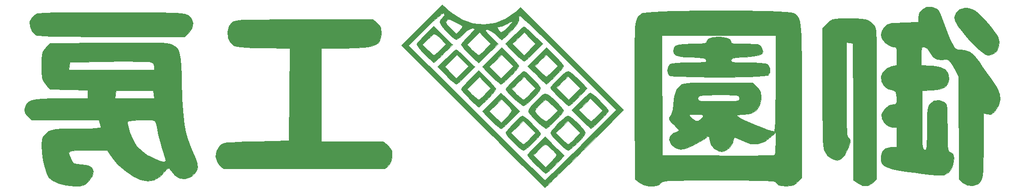
<source format=gbr>
G04 #@! TF.GenerationSoftware,KiCad,Pcbnew,(5.1.5)-3*
G04 #@! TF.CreationDate,2021-02-02T21:28:00-08:00*
G04 #@! TF.ProjectId,chocolatebarplate,63686f63-6f6c-4617-9465-626172706c61,rev?*
G04 #@! TF.SameCoordinates,Original*
G04 #@! TF.FileFunction,Legend,Bot*
G04 #@! TF.FilePolarity,Positive*
%FSLAX46Y46*%
G04 Gerber Fmt 4.6, Leading zero omitted, Abs format (unit mm)*
G04 Created by KiCad (PCBNEW (5.1.5)-3) date 2021-02-02 21:28:00*
%MOMM*%
%LPD*%
G04 APERTURE LIST*
%ADD10C,0.010000*%
G04 APERTURE END LIST*
D10*
G36*
X175763735Y-83354370D02*
G01*
X174995054Y-83643057D01*
X174662619Y-84090886D01*
X174654167Y-84187435D01*
X174559653Y-84369497D01*
X174219133Y-84486177D01*
X173547141Y-84550083D01*
X172458208Y-84573824D01*
X172027232Y-84575000D01*
X170573338Y-84612652D01*
X169572568Y-84743748D01*
X168953042Y-84995504D01*
X168642879Y-85395136D01*
X168568750Y-85884419D01*
X168661553Y-86327076D01*
X168990570Y-86636102D01*
X169631718Y-86837291D01*
X170660909Y-86956440D01*
X171887796Y-87012196D01*
X173108318Y-87059556D01*
X173895643Y-87128977D01*
X174345733Y-87239513D01*
X174554549Y-87410216D01*
X174604356Y-87551563D01*
X174597274Y-87750046D01*
X174429118Y-87882386D01*
X174014984Y-87961727D01*
X173269966Y-88001213D01*
X172109159Y-88013989D01*
X171613464Y-88014584D01*
X170344139Y-88037385D01*
X169233672Y-88099278D01*
X168410139Y-88190493D01*
X168022189Y-88288476D01*
X167636968Y-88755437D01*
X167510753Y-89448733D01*
X167666946Y-90120876D01*
X167827916Y-90342917D01*
X168178454Y-90434585D01*
X168981295Y-90511928D01*
X170159771Y-90574946D01*
X171637211Y-90623641D01*
X173336946Y-90658011D01*
X175182307Y-90678056D01*
X177096625Y-90683777D01*
X179003230Y-90675174D01*
X180825452Y-90652247D01*
X182486624Y-90614995D01*
X183910074Y-90563418D01*
X185019134Y-90497518D01*
X185737135Y-90417293D01*
X185978333Y-90342917D01*
X186263956Y-89756620D01*
X186257045Y-89042101D01*
X185981004Y-88446848D01*
X185784061Y-88288476D01*
X185323829Y-88179371D01*
X184462617Y-88090891D01*
X183328501Y-88032805D01*
X182192785Y-88014584D01*
X180873975Y-88007806D01*
X179999339Y-87978708D01*
X179483964Y-87914146D01*
X179242936Y-87800977D01*
X179191343Y-87626056D01*
X179201602Y-87551563D01*
X179316239Y-87332095D01*
X179624320Y-87180161D01*
X180221015Y-87074807D01*
X181201489Y-86995080D01*
X181905309Y-86956251D01*
X183323701Y-86850538D01*
X184270425Y-86680245D01*
X184802070Y-86411755D01*
X184975228Y-86011452D01*
X184846489Y-85445718D01*
X184765837Y-85257006D01*
X184602464Y-84947344D01*
X184380816Y-84749255D01*
X183992721Y-84637834D01*
X183330009Y-84588178D01*
X182284508Y-84575380D01*
X181803589Y-84575000D01*
X180563016Y-84561254D01*
X179765911Y-84511714D01*
X179327087Y-84413929D01*
X179161361Y-84255448D01*
X179152083Y-84187435D01*
X178906146Y-83713558D01*
X178212028Y-83393860D01*
X177135266Y-83255599D01*
X176903125Y-83252084D01*
X175763735Y-83354370D01*
G37*
X175763735Y-83354370D02*
X174995054Y-83643057D01*
X174662619Y-84090886D01*
X174654167Y-84187435D01*
X174559653Y-84369497D01*
X174219133Y-84486177D01*
X173547141Y-84550083D01*
X172458208Y-84573824D01*
X172027232Y-84575000D01*
X170573338Y-84612652D01*
X169572568Y-84743748D01*
X168953042Y-84995504D01*
X168642879Y-85395136D01*
X168568750Y-85884419D01*
X168661553Y-86327076D01*
X168990570Y-86636102D01*
X169631718Y-86837291D01*
X170660909Y-86956440D01*
X171887796Y-87012196D01*
X173108318Y-87059556D01*
X173895643Y-87128977D01*
X174345733Y-87239513D01*
X174554549Y-87410216D01*
X174604356Y-87551563D01*
X174597274Y-87750046D01*
X174429118Y-87882386D01*
X174014984Y-87961727D01*
X173269966Y-88001213D01*
X172109159Y-88013989D01*
X171613464Y-88014584D01*
X170344139Y-88037385D01*
X169233672Y-88099278D01*
X168410139Y-88190493D01*
X168022189Y-88288476D01*
X167636968Y-88755437D01*
X167510753Y-89448733D01*
X167666946Y-90120876D01*
X167827916Y-90342917D01*
X168178454Y-90434585D01*
X168981295Y-90511928D01*
X170159771Y-90574946D01*
X171637211Y-90623641D01*
X173336946Y-90658011D01*
X175182307Y-90678056D01*
X177096625Y-90683777D01*
X179003230Y-90675174D01*
X180825452Y-90652247D01*
X182486624Y-90614995D01*
X183910074Y-90563418D01*
X185019134Y-90497518D01*
X185737135Y-90417293D01*
X185978333Y-90342917D01*
X186263956Y-89756620D01*
X186257045Y-89042101D01*
X185981004Y-88446848D01*
X185784061Y-88288476D01*
X185323829Y-88179371D01*
X184462617Y-88090891D01*
X183328501Y-88032805D01*
X182192785Y-88014584D01*
X180873975Y-88007806D01*
X179999339Y-87978708D01*
X179483964Y-87914146D01*
X179242936Y-87800977D01*
X179191343Y-87626056D01*
X179201602Y-87551563D01*
X179316239Y-87332095D01*
X179624320Y-87180161D01*
X180221015Y-87074807D01*
X181201489Y-86995080D01*
X181905309Y-86956251D01*
X183323701Y-86850538D01*
X184270425Y-86680245D01*
X184802070Y-86411755D01*
X184975228Y-86011452D01*
X184846489Y-85445718D01*
X184765837Y-85257006D01*
X184602464Y-84947344D01*
X184380816Y-84749255D01*
X183992721Y-84637834D01*
X183330009Y-84588178D01*
X182284508Y-84575380D01*
X181803589Y-84575000D01*
X180563016Y-84561254D01*
X179765911Y-84511714D01*
X179327087Y-84413929D01*
X179161361Y-84255448D01*
X179152083Y-84187435D01*
X178906146Y-83713558D01*
X178212028Y-83393860D01*
X177135266Y-83255599D01*
X176903125Y-83252084D01*
X175763735Y-83354370D01*
G36*
X140880699Y-81576927D02*
G01*
X140316651Y-82048201D01*
X139596365Y-82724567D01*
X139332291Y-82987501D01*
X137761356Y-84575000D01*
X139332291Y-86162501D01*
X140082162Y-86888614D01*
X140711480Y-87440224D01*
X141116112Y-87728074D01*
X141184375Y-87750001D01*
X141488051Y-87573074D01*
X142052099Y-87101800D01*
X142772385Y-86425434D01*
X143036458Y-86162501D01*
X144607393Y-84575000D01*
X143276143Y-84575000D01*
X142238480Y-85637664D01*
X141200817Y-86700327D01*
X140138153Y-85637664D01*
X139075490Y-84575000D01*
X140138153Y-83512337D01*
X141200817Y-82449674D01*
X143276143Y-84575000D01*
X144607393Y-84575000D01*
X143036458Y-82987501D01*
X142286588Y-82261387D01*
X141657270Y-81709777D01*
X141252638Y-81421927D01*
X141184375Y-81400000D01*
X140880699Y-81576927D01*
G37*
X140880699Y-81576927D02*
X140316651Y-82048201D01*
X139596365Y-82724567D01*
X139332291Y-82987501D01*
X137761356Y-84575000D01*
X139332291Y-86162501D01*
X140082162Y-86888614D01*
X140711480Y-87440224D01*
X141116112Y-87728074D01*
X141184375Y-87750001D01*
X141488051Y-87573074D01*
X142052099Y-87101800D01*
X142772385Y-86425434D01*
X143036458Y-86162501D01*
X144607393Y-84575000D01*
X143276143Y-84575000D01*
X142238480Y-85637664D01*
X141200817Y-86700327D01*
X140138153Y-85637664D01*
X139075490Y-84575000D01*
X140138153Y-83512337D01*
X141200817Y-82449674D01*
X143276143Y-84575000D01*
X144607393Y-84575000D01*
X143036458Y-82987501D01*
X142286588Y-82261387D01*
X141657270Y-81709777D01*
X141252638Y-81421927D01*
X141184375Y-81400000D01*
X140880699Y-81576927D01*
G36*
X123060739Y-82854890D02*
G01*
X122334546Y-83604833D01*
X121782846Y-84234224D01*
X121494886Y-84638944D01*
X121472917Y-84707292D01*
X121646692Y-84990838D01*
X122095813Y-85523954D01*
X122711973Y-86194363D01*
X123386865Y-86889787D01*
X124012181Y-87497947D01*
X124479616Y-87906566D01*
X124663232Y-88014584D01*
X124895937Y-87839285D01*
X125405924Y-87370557D01*
X126101372Y-86694156D01*
X126441760Y-86353555D01*
X128088024Y-84692525D01*
X127971307Y-84576845D01*
X126870176Y-84576845D01*
X125837641Y-85634256D01*
X125250400Y-86213169D01*
X124818741Y-86597247D01*
X124671521Y-86691667D01*
X124423274Y-86522320D01*
X123929568Y-86087565D01*
X123533946Y-85711297D01*
X122529956Y-84730928D01*
X123510341Y-83726922D01*
X124114598Y-83160470D01*
X124601165Y-82796393D01*
X124782002Y-82722917D01*
X125123535Y-82899417D01*
X125663212Y-83348029D01*
X125971727Y-83649881D01*
X126870176Y-84576845D01*
X127971307Y-84576845D01*
X124648562Y-81283635D01*
X123060739Y-82854890D01*
G37*
X123060739Y-82854890D02*
X122334546Y-83604833D01*
X121782846Y-84234224D01*
X121494886Y-84638944D01*
X121472917Y-84707292D01*
X121646692Y-84990838D01*
X122095813Y-85523954D01*
X122711973Y-86194363D01*
X123386865Y-86889787D01*
X124012181Y-87497947D01*
X124479616Y-87906566D01*
X124663232Y-88014584D01*
X124895937Y-87839285D01*
X125405924Y-87370557D01*
X126101372Y-86694156D01*
X126441760Y-86353555D01*
X128088024Y-84692525D01*
X127971307Y-84576845D01*
X126870176Y-84576845D01*
X125837641Y-85634256D01*
X125250400Y-86213169D01*
X124818741Y-86597247D01*
X124671521Y-86691667D01*
X124423274Y-86522320D01*
X123929568Y-86087565D01*
X123533946Y-85711297D01*
X122529956Y-84730928D01*
X123510341Y-83726922D01*
X124114598Y-83160470D01*
X124601165Y-82796393D01*
X124782002Y-82722917D01*
X125123535Y-82899417D01*
X125663212Y-83348029D01*
X125971727Y-83649881D01*
X126870176Y-84576845D01*
X127971307Y-84576845D01*
X124648562Y-81283635D01*
X123060739Y-82854890D01*
G36*
X128445282Y-85810260D02*
G01*
X127881234Y-86281535D01*
X127160948Y-86957900D01*
X126896875Y-87220834D01*
X125325940Y-88808334D01*
X126896875Y-90395834D01*
X127646745Y-91121947D01*
X128276063Y-91673557D01*
X128680695Y-91961408D01*
X128748958Y-91983334D01*
X129052634Y-91806407D01*
X129616682Y-91335133D01*
X130336968Y-90658768D01*
X130601041Y-90395834D01*
X132171977Y-88808334D01*
X132018785Y-88653526D01*
X131000356Y-88653526D01*
X128763974Y-90932234D01*
X127702024Y-89870284D01*
X126640073Y-88808334D01*
X127756332Y-87692076D01*
X128872590Y-86575818D01*
X131000356Y-88653526D01*
X132018785Y-88653526D01*
X130601041Y-87220834D01*
X129851171Y-86494721D01*
X129221853Y-85943110D01*
X128817221Y-85655260D01*
X128748958Y-85633334D01*
X128445282Y-85810260D01*
G37*
X128445282Y-85810260D02*
X127881234Y-86281535D01*
X127160948Y-86957900D01*
X126896875Y-87220834D01*
X125325940Y-88808334D01*
X126896875Y-90395834D01*
X127646745Y-91121947D01*
X128276063Y-91673557D01*
X128680695Y-91961408D01*
X128748958Y-91983334D01*
X129052634Y-91806407D01*
X129616682Y-91335133D01*
X130336968Y-90658768D01*
X130601041Y-90395834D01*
X132171977Y-88808334D01*
X132018785Y-88653526D01*
X131000356Y-88653526D01*
X128763974Y-90932234D01*
X127702024Y-89870284D01*
X126640073Y-88808334D01*
X127756332Y-87692076D01*
X128872590Y-86575818D01*
X131000356Y-88653526D01*
X132018785Y-88653526D01*
X130601041Y-87220834D01*
X129851171Y-86494721D01*
X129221853Y-85943110D01*
X128817221Y-85655260D01*
X128748958Y-85633334D01*
X128445282Y-85810260D01*
G36*
X135319925Y-87004766D02*
G01*
X133562381Y-88762311D01*
X135098549Y-90372822D01*
X135835995Y-91110907D01*
X136459250Y-91670987D01*
X136864471Y-91961920D01*
X136933453Y-91983334D01*
X137247685Y-91806346D01*
X137817505Y-91336199D01*
X138534817Y-90664118D01*
X138745261Y-90454307D01*
X139449042Y-89712474D01*
X139978511Y-89096041D01*
X140243695Y-88711699D01*
X140258333Y-88660088D01*
X140254416Y-88653526D01*
X139202440Y-88653526D01*
X138084248Y-89792880D01*
X136966057Y-90932234D01*
X134842157Y-88808334D01*
X137074673Y-86575818D01*
X138138556Y-87614672D01*
X139202440Y-88653526D01*
X140254416Y-88653526D01*
X140081588Y-88364052D01*
X139610699Y-87805984D01*
X138934688Y-87088819D01*
X138667902Y-86821058D01*
X137077470Y-85247222D01*
X135319925Y-87004766D01*
G37*
X135319925Y-87004766D02*
X133562381Y-88762311D01*
X135098549Y-90372822D01*
X135835995Y-91110907D01*
X136459250Y-91670987D01*
X136864471Y-91961920D01*
X136933453Y-91983334D01*
X137247685Y-91806346D01*
X137817505Y-91336199D01*
X138534817Y-90664118D01*
X138745261Y-90454307D01*
X139449042Y-89712474D01*
X139978511Y-89096041D01*
X140243695Y-88711699D01*
X140258333Y-88660088D01*
X140254416Y-88653526D01*
X139202440Y-88653526D01*
X138084248Y-89792880D01*
X136966057Y-90932234D01*
X134842157Y-88808334D01*
X137074673Y-86575818D01*
X138138556Y-87614672D01*
X139202440Y-88653526D01*
X140254416Y-88653526D01*
X140081588Y-88364052D01*
X139610699Y-87805984D01*
X138934688Y-87088819D01*
X138667902Y-86821058D01*
X137077470Y-85247222D01*
X135319925Y-87004766D01*
G36*
X141845309Y-88661275D02*
G01*
X143491573Y-90322305D01*
X144241501Y-91063159D01*
X144848904Y-91633769D01*
X145220989Y-91948240D01*
X145286056Y-91983334D01*
X145528046Y-91808188D01*
X146040582Y-91342577D01*
X146726157Y-90676243D01*
X146947345Y-90454307D01*
X147651126Y-89712474D01*
X148180595Y-89096041D01*
X148445778Y-88711699D01*
X148460416Y-88660088D01*
X148455832Y-88652407D01*
X147403377Y-88652407D01*
X146422992Y-89656412D01*
X145846148Y-90219288D01*
X145420568Y-90583599D01*
X145285416Y-90660417D01*
X145027585Y-90486622D01*
X144534960Y-90040540D01*
X144147841Y-89656412D01*
X143167456Y-88652407D01*
X144226436Y-87618340D01*
X145285416Y-86584274D01*
X146344397Y-87618340D01*
X147403377Y-88652407D01*
X148455832Y-88652407D01*
X148283678Y-88363968D01*
X147812862Y-87805941D01*
X147137067Y-87089057D01*
X146872594Y-86823640D01*
X145284771Y-85252385D01*
X141845309Y-88661275D01*
G37*
X141845309Y-88661275D02*
X143491573Y-90322305D01*
X144241501Y-91063159D01*
X144848904Y-91633769D01*
X145220989Y-91948240D01*
X145286056Y-91983334D01*
X145528046Y-91808188D01*
X146040582Y-91342577D01*
X146726157Y-90676243D01*
X146947345Y-90454307D01*
X147651126Y-89712474D01*
X148180595Y-89096041D01*
X148445778Y-88711699D01*
X148460416Y-88660088D01*
X148455832Y-88652407D01*
X147403377Y-88652407D01*
X146422992Y-89656412D01*
X145846148Y-90219288D01*
X145420568Y-90583599D01*
X145285416Y-90660417D01*
X145027585Y-90486622D01*
X144534960Y-90040540D01*
X144147841Y-89656412D01*
X143167456Y-88652407D01*
X144226436Y-87618340D01*
X145285416Y-86584274D01*
X146344397Y-87618340D01*
X147403377Y-88652407D01*
X148455832Y-88652407D01*
X148283678Y-88363968D01*
X147812862Y-87805941D01*
X147137067Y-87089057D01*
X146872594Y-86823640D01*
X145284771Y-85252385D01*
X141845309Y-88661275D01*
G36*
X140857933Y-89782590D02*
G01*
X140310699Y-90249412D01*
X139636991Y-90890505D01*
X138947733Y-91593822D01*
X138353847Y-92247318D01*
X137966256Y-92738947D01*
X137877083Y-92926086D01*
X138064032Y-93270923D01*
X138544439Y-93830816D01*
X139197644Y-94491394D01*
X139902987Y-95138283D01*
X140539806Y-95657112D01*
X140987443Y-95933508D01*
X141069441Y-95952084D01*
X141439008Y-95773956D01*
X142044378Y-95304236D01*
X142762163Y-94639919D01*
X142847059Y-94554701D01*
X143519341Y-93823260D01*
X144010457Y-93192270D01*
X144224555Y-92786401D01*
X144225437Y-92777084D01*
X143276143Y-92777084D01*
X142242708Y-93835417D01*
X141650669Y-94415233D01*
X141208587Y-94799646D01*
X141052083Y-94893751D01*
X140794228Y-94719960D01*
X140301646Y-94273920D01*
X139915204Y-93890458D01*
X138935514Y-92887165D01*
X140071203Y-91772571D01*
X141206891Y-90657977D01*
X142241517Y-91717531D01*
X143276143Y-92777084D01*
X144225437Y-92777084D01*
X144227083Y-92759726D01*
X144047529Y-92399316D01*
X143586225Y-91814106D01*
X142959208Y-91123865D01*
X142282516Y-90448359D01*
X141672187Y-89907355D01*
X141244259Y-89620621D01*
X141167773Y-89602084D01*
X140857933Y-89782590D01*
G37*
X140857933Y-89782590D02*
X140310699Y-90249412D01*
X139636991Y-90890505D01*
X138947733Y-91593822D01*
X138353847Y-92247318D01*
X137966256Y-92738947D01*
X137877083Y-92926086D01*
X138064032Y-93270923D01*
X138544439Y-93830816D01*
X139197644Y-94491394D01*
X139902987Y-95138283D01*
X140539806Y-95657112D01*
X140987443Y-95933508D01*
X141069441Y-95952084D01*
X141439008Y-95773956D01*
X142044378Y-95304236D01*
X142762163Y-94639919D01*
X142847059Y-94554701D01*
X143519341Y-93823260D01*
X144010457Y-93192270D01*
X144224555Y-92786401D01*
X144225437Y-92777084D01*
X143276143Y-92777084D01*
X142242708Y-93835417D01*
X141650669Y-94415233D01*
X141208587Y-94799646D01*
X141052083Y-94893751D01*
X140794228Y-94719960D01*
X140301646Y-94273920D01*
X139915204Y-93890458D01*
X138935514Y-92887165D01*
X140071203Y-91772571D01*
X141206891Y-90657977D01*
X142241517Y-91717531D01*
X143276143Y-92777084D01*
X144225437Y-92777084D01*
X144227083Y-92759726D01*
X144047529Y-92399316D01*
X143586225Y-91814106D01*
X142959208Y-91123865D01*
X142282516Y-90448359D01*
X141672187Y-89907355D01*
X141244259Y-89620621D01*
X141167773Y-89602084D01*
X140857933Y-89782590D01*
G36*
X148891433Y-89780512D02*
G01*
X148303640Y-90238969D01*
X147610229Y-90862218D01*
X146931392Y-91535020D01*
X146387326Y-92142136D01*
X146098225Y-92568328D01*
X146079166Y-92645440D01*
X146259662Y-92960714D01*
X146726497Y-93512997D01*
X147367696Y-94190929D01*
X148071285Y-94883148D01*
X148725287Y-95478291D01*
X149217728Y-95865000D01*
X149404047Y-95952084D01*
X149712982Y-95771850D01*
X150274639Y-95291967D01*
X150985045Y-94603669D01*
X151236206Y-94344450D01*
X152739480Y-92768424D01*
X151486683Y-92768424D01*
X150447828Y-93832307D01*
X149408974Y-94896190D01*
X147130266Y-92659808D01*
X148192216Y-91597858D01*
X149254166Y-90535907D01*
X151486683Y-92768424D01*
X152739480Y-92768424D01*
X152769629Y-92736816D01*
X151218618Y-91169450D01*
X150454837Y-90445277D01*
X149788150Y-89898319D01*
X149332830Y-89619716D01*
X149253411Y-89602084D01*
X148891433Y-89780512D01*
G37*
X148891433Y-89780512D02*
X148303640Y-90238969D01*
X147610229Y-90862218D01*
X146931392Y-91535020D01*
X146387326Y-92142136D01*
X146098225Y-92568328D01*
X146079166Y-92645440D01*
X146259662Y-92960714D01*
X146726497Y-93512997D01*
X147367696Y-94190929D01*
X148071285Y-94883148D01*
X148725287Y-95478291D01*
X149217728Y-95865000D01*
X149404047Y-95952084D01*
X149712982Y-95771850D01*
X150274639Y-95291967D01*
X150985045Y-94603669D01*
X151236206Y-94344450D01*
X152739480Y-92768424D01*
X151486683Y-92768424D01*
X150447828Y-93832307D01*
X149408974Y-94896190D01*
X147130266Y-92659808D01*
X148192216Y-91597858D01*
X149254166Y-90535907D01*
X151486683Y-92768424D01*
X152739480Y-92768424D01*
X152769629Y-92736816D01*
X151218618Y-91169450D01*
X150454837Y-90445277D01*
X149788150Y-89898319D01*
X149332830Y-89619716D01*
X149253411Y-89602084D01*
X148891433Y-89780512D01*
G36*
X131262500Y-91057292D02*
G01*
X130535985Y-91809560D01*
X129984242Y-92444327D01*
X129696694Y-92856277D01*
X129675000Y-92926964D01*
X129850132Y-93202835D01*
X130302925Y-93727877D01*
X130924476Y-94391167D01*
X131605881Y-95081779D01*
X132238234Y-95688790D01*
X132712633Y-96101276D01*
X132904786Y-96216667D01*
X133120961Y-96042179D01*
X133612949Y-95578191D01*
X134286978Y-94913917D01*
X134511928Y-94687641D01*
X135215709Y-93945807D01*
X135745178Y-93329374D01*
X136010362Y-92945032D01*
X136025000Y-92893421D01*
X135955568Y-92777084D01*
X135074060Y-92777084D01*
X134040625Y-93835417D01*
X133448586Y-94415233D01*
X133006504Y-94799646D01*
X132850000Y-94893751D01*
X132592145Y-94719960D01*
X132099563Y-94273920D01*
X131713120Y-93890458D01*
X130733431Y-92887165D01*
X133004807Y-90657977D01*
X134039434Y-91717531D01*
X135074060Y-92777084D01*
X135955568Y-92777084D01*
X135848262Y-92597290D01*
X135377455Y-92039269D01*
X134701686Y-91322420D01*
X134437500Y-91057292D01*
X132850000Y-89486357D01*
X131262500Y-91057292D01*
G37*
X131262500Y-91057292D02*
X130535985Y-91809560D01*
X129984242Y-92444327D01*
X129696694Y-92856277D01*
X129675000Y-92926964D01*
X129850132Y-93202835D01*
X130302925Y-93727877D01*
X130924476Y-94391167D01*
X131605881Y-95081779D01*
X132238234Y-95688790D01*
X132712633Y-96101276D01*
X132904786Y-96216667D01*
X133120961Y-96042179D01*
X133612949Y-95578191D01*
X134286978Y-94913917D01*
X134511928Y-94687641D01*
X135215709Y-93945807D01*
X135745178Y-93329374D01*
X136010362Y-92945032D01*
X136025000Y-92893421D01*
X135955568Y-92777084D01*
X135074060Y-92777084D01*
X134040625Y-93835417D01*
X133448586Y-94415233D01*
X133006504Y-94799646D01*
X132850000Y-94893751D01*
X132592145Y-94719960D01*
X132099563Y-94273920D01*
X131713120Y-93890458D01*
X130733431Y-92887165D01*
X133004807Y-90657977D01*
X134039434Y-91717531D01*
X135074060Y-92777084D01*
X135955568Y-92777084D01*
X135848262Y-92597290D01*
X135377455Y-92039269D01*
X134701686Y-91322420D01*
X134437500Y-91057292D01*
X132850000Y-89486357D01*
X131262500Y-91057292D01*
G36*
X133522221Y-97004554D02*
G01*
X135096057Y-98594986D01*
X135846589Y-99321824D01*
X136476574Y-99874250D01*
X136882010Y-100163092D01*
X136951041Y-100185417D01*
X137254706Y-100008490D01*
X137818759Y-99537206D01*
X138539080Y-98860815D01*
X138803444Y-98597595D01*
X140374699Y-97009772D01*
X140219050Y-96852727D01*
X138935416Y-96852727D01*
X138763603Y-97179337D01*
X138322987Y-97727658D01*
X137951450Y-98128071D01*
X136967484Y-99135744D01*
X135904820Y-98073081D01*
X134842157Y-97010417D01*
X137072819Y-94779755D01*
X138004118Y-95682405D01*
X138547383Y-96259560D01*
X138882967Y-96713532D01*
X138935416Y-96852727D01*
X140219050Y-96852727D01*
X138667928Y-95287695D01*
X136961158Y-93565617D01*
X133522221Y-97004554D01*
G37*
X133522221Y-97004554D02*
X135096057Y-98594986D01*
X135846589Y-99321824D01*
X136476574Y-99874250D01*
X136882010Y-100163092D01*
X136951041Y-100185417D01*
X137254706Y-100008490D01*
X137818759Y-99537206D01*
X138539080Y-98860815D01*
X138803444Y-98597595D01*
X140374699Y-97009772D01*
X140219050Y-96852727D01*
X138935416Y-96852727D01*
X138763603Y-97179337D01*
X138322987Y-97727658D01*
X137951450Y-98128071D01*
X136967484Y-99135744D01*
X135904820Y-98073081D01*
X134842157Y-97010417D01*
X137072819Y-94779755D01*
X138004118Y-95682405D01*
X138547383Y-96259560D01*
X138882967Y-96713532D01*
X138935416Y-96852727D01*
X140219050Y-96852727D01*
X138667928Y-95287695D01*
X136961158Y-93565617D01*
X133522221Y-97004554D01*
G36*
X144443783Y-94053550D02*
G01*
X143743642Y-94703032D01*
X143081742Y-95401878D01*
X142407562Y-96165595D01*
X142072105Y-96681468D01*
X142018362Y-97052955D01*
X142080477Y-97219057D01*
X142393629Y-97633458D01*
X142947551Y-98229087D01*
X143623867Y-98893963D01*
X144304198Y-99516101D01*
X144870167Y-99983520D01*
X145203397Y-100184235D01*
X145216218Y-100185417D01*
X145491640Y-100009419D01*
X146030724Y-99541707D01*
X146731090Y-98872711D01*
X146947345Y-98656391D01*
X147651126Y-97914557D01*
X148180595Y-97298124D01*
X148445778Y-96913782D01*
X148460416Y-96862171D01*
X148455851Y-96854490D01*
X147403377Y-96854490D01*
X146422992Y-97858495D01*
X145824275Y-98424231D01*
X145350033Y-98788360D01*
X145178170Y-98862501D01*
X144843566Y-98692047D01*
X144304992Y-98261484D01*
X144041242Y-98016848D01*
X143517688Y-97455783D01*
X143206348Y-97018574D01*
X143168750Y-96904965D01*
X143348173Y-96548494D01*
X143786366Y-96015378D01*
X144333213Y-95459738D01*
X144838598Y-95035691D01*
X145127726Y-94893751D01*
X145454563Y-95065548D01*
X146002664Y-95505966D01*
X146399387Y-95874120D01*
X147403377Y-96854490D01*
X148455851Y-96854490D01*
X148283766Y-96564996D01*
X147813859Y-96007499D01*
X147140762Y-95294161D01*
X146904761Y-95057554D01*
X146101611Y-94287775D01*
X145503346Y-93856678D01*
X144990544Y-93775018D01*
X144443783Y-94053550D01*
G37*
X144443783Y-94053550D02*
X143743642Y-94703032D01*
X143081742Y-95401878D01*
X142407562Y-96165595D01*
X142072105Y-96681468D01*
X142018362Y-97052955D01*
X142080477Y-97219057D01*
X142393629Y-97633458D01*
X142947551Y-98229087D01*
X143623867Y-98893963D01*
X144304198Y-99516101D01*
X144870167Y-99983520D01*
X145203397Y-100184235D01*
X145216218Y-100185417D01*
X145491640Y-100009419D01*
X146030724Y-99541707D01*
X146731090Y-98872711D01*
X146947345Y-98656391D01*
X147651126Y-97914557D01*
X148180595Y-97298124D01*
X148445778Y-96913782D01*
X148460416Y-96862171D01*
X148455851Y-96854490D01*
X147403377Y-96854490D01*
X146422992Y-97858495D01*
X145824275Y-98424231D01*
X145350033Y-98788360D01*
X145178170Y-98862501D01*
X144843566Y-98692047D01*
X144304992Y-98261484D01*
X144041242Y-98016848D01*
X143517688Y-97455783D01*
X143206348Y-97018574D01*
X143168750Y-96904965D01*
X143348173Y-96548494D01*
X143786366Y-96015378D01*
X144333213Y-95459738D01*
X144838598Y-95035691D01*
X145127726Y-94893751D01*
X145454563Y-95065548D01*
X146002664Y-95505966D01*
X146399387Y-95874120D01*
X147403377Y-96854490D01*
X148455851Y-96854490D01*
X148283766Y-96564996D01*
X147813859Y-96007499D01*
X147140762Y-95294161D01*
X146904761Y-95057554D01*
X146101611Y-94287775D01*
X145503346Y-93856678D01*
X144990544Y-93775018D01*
X144443783Y-94053550D01*
G36*
X153028696Y-93751069D02*
G01*
X152467034Y-94230960D01*
X151756595Y-94919284D01*
X151505162Y-95178780D01*
X149971441Y-96786727D01*
X151655681Y-98486072D01*
X152407515Y-99234941D01*
X153008527Y-99815342D01*
X153370391Y-100142840D01*
X153433353Y-100185417D01*
X153654130Y-100015917D01*
X154159476Y-99564969D01*
X154853490Y-98918903D01*
X155094642Y-98689934D01*
X155821714Y-97963970D01*
X156369680Y-97355035D01*
X156646241Y-96967813D01*
X156662500Y-96911669D01*
X156631711Y-96855915D01*
X155604069Y-96855915D01*
X154624379Y-97859208D01*
X154047737Y-98421858D01*
X153622376Y-98785901D01*
X153487500Y-98862501D01*
X153231341Y-98688363D01*
X152735648Y-98239197D01*
X152296875Y-97804167D01*
X151263440Y-96745834D01*
X152298066Y-95686281D01*
X153332692Y-94626727D01*
X154468380Y-95741321D01*
X155604069Y-96855915D01*
X156631711Y-96855915D01*
X156482211Y-96585199D01*
X156015800Y-96022521D01*
X155374951Y-95335856D01*
X154671349Y-94637424D01*
X154016677Y-94039444D01*
X153522621Y-93654136D01*
X153337620Y-93570834D01*
X153028696Y-93751069D01*
G37*
X153028696Y-93751069D02*
X152467034Y-94230960D01*
X151756595Y-94919284D01*
X151505162Y-95178780D01*
X149971441Y-96786727D01*
X151655681Y-98486072D01*
X152407515Y-99234941D01*
X153008527Y-99815342D01*
X153370391Y-100142840D01*
X153433353Y-100185417D01*
X153654130Y-100015917D01*
X154159476Y-99564969D01*
X154853490Y-98918903D01*
X155094642Y-98689934D01*
X155821714Y-97963970D01*
X156369680Y-97355035D01*
X156646241Y-96967813D01*
X156662500Y-96911669D01*
X156631711Y-96855915D01*
X155604069Y-96855915D01*
X154624379Y-97859208D01*
X154047737Y-98421858D01*
X153622376Y-98785901D01*
X153487500Y-98862501D01*
X153231341Y-98688363D01*
X152735648Y-98239197D01*
X152296875Y-97804167D01*
X151263440Y-96745834D01*
X152298066Y-95686281D01*
X153332692Y-94626727D01*
X154468380Y-95741321D01*
X155604069Y-96855915D01*
X156631711Y-96855915D01*
X156482211Y-96585199D01*
X156015800Y-96022521D01*
X155374951Y-95335856D01*
X154671349Y-94637424D01*
X154016677Y-94039444D01*
X153522621Y-93654136D01*
X153337620Y-93570834D01*
X153028696Y-93751069D01*
G36*
X140568429Y-97991104D02*
G01*
X140003230Y-98471527D01*
X139338338Y-99124856D01*
X138688653Y-99830509D01*
X138169074Y-100467906D01*
X137894502Y-100916465D01*
X137877083Y-100996525D01*
X138064026Y-101389622D01*
X138544814Y-101993661D01*
X139199386Y-102689887D01*
X139907683Y-103359545D01*
X140549644Y-103883881D01*
X141005209Y-104144140D01*
X141069441Y-104154167D01*
X141439008Y-103976040D01*
X142044378Y-103506320D01*
X142762163Y-102842003D01*
X142847059Y-102756785D01*
X143515767Y-102048325D01*
X144006032Y-101469177D01*
X144223712Y-101131625D01*
X144227083Y-101110811D01*
X144146122Y-100970507D01*
X143284599Y-100970507D01*
X142246936Y-102033170D01*
X141653700Y-102614317D01*
X141210321Y-103000300D01*
X141052083Y-103095834D01*
X140796053Y-102921670D01*
X140300130Y-102472269D01*
X139857230Y-102033170D01*
X138819567Y-100970507D01*
X141052083Y-98737991D01*
X143284599Y-100970507D01*
X144146122Y-100970507D01*
X144047338Y-100799319D01*
X143582511Y-100249172D01*
X142944212Y-99571934D01*
X142244052Y-98879168D01*
X141593640Y-98282438D01*
X141104588Y-97893305D01*
X140919036Y-97804167D01*
X140568429Y-97991104D01*
G37*
X140568429Y-97991104D02*
X140003230Y-98471527D01*
X139338338Y-99124856D01*
X138688653Y-99830509D01*
X138169074Y-100467906D01*
X137894502Y-100916465D01*
X137877083Y-100996525D01*
X138064026Y-101389622D01*
X138544814Y-101993661D01*
X139199386Y-102689887D01*
X139907683Y-103359545D01*
X140549644Y-103883881D01*
X141005209Y-104144140D01*
X141069441Y-104154167D01*
X141439008Y-103976040D01*
X142044378Y-103506320D01*
X142762163Y-102842003D01*
X142847059Y-102756785D01*
X143515767Y-102048325D01*
X144006032Y-101469177D01*
X144223712Y-101131625D01*
X144227083Y-101110811D01*
X144146122Y-100970507D01*
X143284599Y-100970507D01*
X142246936Y-102033170D01*
X141653700Y-102614317D01*
X141210321Y-103000300D01*
X141052083Y-103095834D01*
X140796053Y-102921670D01*
X140300130Y-102472269D01*
X139857230Y-102033170D01*
X138819567Y-100970507D01*
X141052083Y-98737991D01*
X143284599Y-100970507D01*
X144146122Y-100970507D01*
X144047338Y-100799319D01*
X143582511Y-100249172D01*
X142944212Y-99571934D01*
X142244052Y-98879168D01*
X141593640Y-98282438D01*
X141104588Y-97893305D01*
X140919036Y-97804167D01*
X140568429Y-97991104D01*
G36*
X148843711Y-97991110D02*
G01*
X148239672Y-98471898D01*
X147543447Y-99126470D01*
X146873788Y-99834767D01*
X146349453Y-100476728D01*
X146089194Y-100932293D01*
X146079166Y-100996525D01*
X146266109Y-101389622D01*
X146746897Y-101993661D01*
X147401469Y-102689887D01*
X148109766Y-103359545D01*
X148751727Y-103883881D01*
X149207292Y-104144140D01*
X149271525Y-104154167D01*
X149641092Y-103976040D01*
X150246461Y-103506320D01*
X150964246Y-102842003D01*
X151049142Y-102756785D01*
X151721425Y-102025344D01*
X152212540Y-101394353D01*
X152426638Y-100988484D01*
X152428341Y-100970507D01*
X151486683Y-100970507D01*
X150449020Y-102033170D01*
X149855783Y-102614317D01*
X149412404Y-103000300D01*
X149254166Y-103095834D01*
X148998136Y-102921670D01*
X148502213Y-102472269D01*
X148059313Y-102033170D01*
X147021650Y-100970507D01*
X149254166Y-98737991D01*
X150370425Y-99854249D01*
X151486683Y-100970507D01*
X152428341Y-100970507D01*
X152429166Y-100961809D01*
X152242224Y-100568712D01*
X151761436Y-99964673D01*
X151106864Y-99268447D01*
X150398567Y-98598789D01*
X149756606Y-98074453D01*
X149301041Y-97814195D01*
X149236808Y-97804167D01*
X148843711Y-97991110D01*
G37*
X148843711Y-97991110D02*
X148239672Y-98471898D01*
X147543447Y-99126470D01*
X146873788Y-99834767D01*
X146349453Y-100476728D01*
X146089194Y-100932293D01*
X146079166Y-100996525D01*
X146266109Y-101389622D01*
X146746897Y-101993661D01*
X147401469Y-102689887D01*
X148109766Y-103359545D01*
X148751727Y-103883881D01*
X149207292Y-104144140D01*
X149271525Y-104154167D01*
X149641092Y-103976040D01*
X150246461Y-103506320D01*
X150964246Y-102842003D01*
X151049142Y-102756785D01*
X151721425Y-102025344D01*
X152212540Y-101394353D01*
X152426638Y-100988484D01*
X152428341Y-100970507D01*
X151486683Y-100970507D01*
X150449020Y-102033170D01*
X149855783Y-102614317D01*
X149412404Y-103000300D01*
X149254166Y-103095834D01*
X148998136Y-102921670D01*
X148502213Y-102472269D01*
X148059313Y-102033170D01*
X147021650Y-100970507D01*
X149254166Y-98737991D01*
X150370425Y-99854249D01*
X151486683Y-100970507D01*
X152428341Y-100970507D01*
X152429166Y-100961809D01*
X152242224Y-100568712D01*
X151761436Y-99964673D01*
X151106864Y-99268447D01*
X150398567Y-98598789D01*
X149756606Y-98074453D01*
X149301041Y-97814195D01*
X149236808Y-97804167D01*
X148843711Y-97991110D01*
G36*
X143436265Y-103225225D02*
G01*
X142709791Y-103973589D01*
X142157486Y-104598649D01*
X141868371Y-104997467D01*
X141845833Y-105064254D01*
X142026281Y-105385028D01*
X142493034Y-105942483D01*
X143134205Y-106624788D01*
X143837908Y-107320112D01*
X144492257Y-107916623D01*
X144985365Y-108302491D01*
X145170713Y-108387500D01*
X145479543Y-108207259D01*
X146041239Y-107727297D01*
X146751958Y-107038761D01*
X147005618Y-106776989D01*
X148541785Y-105166478D01*
X148430118Y-105054810D01*
X147137500Y-105054810D01*
X146965700Y-105381611D01*
X146525251Y-105929747D01*
X146156570Y-106327044D01*
X145175641Y-107331607D01*
X144039953Y-106217013D01*
X142904264Y-105102420D01*
X143883954Y-104099127D01*
X144482482Y-103533616D01*
X144956534Y-103169758D01*
X145128080Y-103095834D01*
X145483750Y-103275291D01*
X146016221Y-103713540D01*
X146571442Y-104260403D01*
X146995368Y-104765697D01*
X147137500Y-105054810D01*
X148430118Y-105054810D01*
X146784241Y-103408933D01*
X145026696Y-101651388D01*
X143436265Y-103225225D01*
G37*
X143436265Y-103225225D02*
X142709791Y-103973589D01*
X142157486Y-104598649D01*
X141868371Y-104997467D01*
X141845833Y-105064254D01*
X142026281Y-105385028D01*
X142493034Y-105942483D01*
X143134205Y-106624788D01*
X143837908Y-107320112D01*
X144492257Y-107916623D01*
X144985365Y-108302491D01*
X145170713Y-108387500D01*
X145479543Y-108207259D01*
X146041239Y-107727297D01*
X146751958Y-107038761D01*
X147005618Y-106776989D01*
X148541785Y-105166478D01*
X148430118Y-105054810D01*
X147137500Y-105054810D01*
X146965700Y-105381611D01*
X146525251Y-105929747D01*
X146156570Y-106327044D01*
X145175641Y-107331607D01*
X144039953Y-106217013D01*
X142904264Y-105102420D01*
X143883954Y-104099127D01*
X144482482Y-103533616D01*
X144956534Y-103169758D01*
X145128080Y-103095834D01*
X145483750Y-103275291D01*
X146016221Y-103713540D01*
X146571442Y-104260403D01*
X146995368Y-104765697D01*
X147137500Y-105054810D01*
X148430118Y-105054810D01*
X146784241Y-103408933D01*
X145026696Y-101651388D01*
X143436265Y-103225225D01*
G36*
X59919287Y-78762774D02*
G01*
X57818968Y-78768519D01*
X56113208Y-78780199D01*
X54757138Y-78799444D01*
X53705889Y-78827880D01*
X52914592Y-78867136D01*
X52338378Y-78918839D01*
X51932378Y-78984618D01*
X51651724Y-79066100D01*
X51451547Y-79164913D01*
X51293705Y-79277380D01*
X50775941Y-79853980D01*
X50505235Y-80445662D01*
X50543508Y-81340454D01*
X50909028Y-82212207D01*
X51498216Y-82851014D01*
X51760507Y-82989515D01*
X52189126Y-83050634D01*
X53115107Y-83104817D01*
X54506682Y-83151465D01*
X56332085Y-83189981D01*
X58559550Y-83219763D01*
X61157308Y-83240214D01*
X64093594Y-83250735D01*
X65683410Y-83252084D01*
X78915705Y-83252084D01*
X79689102Y-82478686D01*
X80311236Y-81620630D01*
X80424717Y-80755181D01*
X80154699Y-79993544D01*
X80009281Y-79725239D01*
X79853495Y-79499354D01*
X79643495Y-79312210D01*
X79335434Y-79160129D01*
X78885464Y-79039432D01*
X78249739Y-78946439D01*
X77384412Y-78877473D01*
X76245637Y-78828855D01*
X74789565Y-78796905D01*
X72972351Y-78777944D01*
X70750147Y-78768295D01*
X68079107Y-78764278D01*
X65483077Y-78762582D01*
X62459034Y-78761338D01*
X59919287Y-78762774D01*
G37*
X59919287Y-78762774D02*
X57818968Y-78768519D01*
X56113208Y-78780199D01*
X54757138Y-78799444D01*
X53705889Y-78827880D01*
X52914592Y-78867136D01*
X52338378Y-78918839D01*
X51932378Y-78984618D01*
X51651724Y-79066100D01*
X51451547Y-79164913D01*
X51293705Y-79277380D01*
X50775941Y-79853980D01*
X50505235Y-80445662D01*
X50543508Y-81340454D01*
X50909028Y-82212207D01*
X51498216Y-82851014D01*
X51760507Y-82989515D01*
X52189126Y-83050634D01*
X53115107Y-83104817D01*
X54506682Y-83151465D01*
X56332085Y-83189981D01*
X58559550Y-83219763D01*
X61157308Y-83240214D01*
X64093594Y-83250735D01*
X65683410Y-83252084D01*
X78915705Y-83252084D01*
X79689102Y-82478686D01*
X80311236Y-81620630D01*
X80424717Y-80755181D01*
X80154699Y-79993544D01*
X80009281Y-79725239D01*
X79853495Y-79499354D01*
X79643495Y-79312210D01*
X79335434Y-79160129D01*
X78885464Y-79039432D01*
X78249739Y-78946439D01*
X77384412Y-78877473D01*
X76245637Y-78828855D01*
X74789565Y-78796905D01*
X72972351Y-78777944D01*
X70750147Y-78768295D01*
X68079107Y-78764278D01*
X65483077Y-78762582D01*
X62459034Y-78761338D01*
X59919287Y-78762774D01*
G36*
X221160509Y-78179164D02*
G01*
X220472319Y-78773540D01*
X220168765Y-79650752D01*
X220162500Y-79810403D01*
X220344121Y-80424410D01*
X220836850Y-81277536D01*
X221562489Y-82283071D01*
X222442836Y-83354302D01*
X223399692Y-84404520D01*
X224354858Y-85347012D01*
X225230134Y-86095068D01*
X225947319Y-86561976D01*
X226353190Y-86674896D01*
X226816229Y-86568672D01*
X227222808Y-86425237D01*
X227935255Y-85867405D01*
X228308227Y-84916376D01*
X228364583Y-84215644D01*
X228307140Y-83733802D01*
X228096524Y-83211705D01*
X227675307Y-82554624D01*
X226986061Y-81667829D01*
X226372745Y-80930027D01*
X225321721Y-79724696D01*
X224487891Y-78888191D01*
X223781974Y-78357959D01*
X223114690Y-78071444D01*
X222396757Y-77966090D01*
X222134425Y-77960417D01*
X221160509Y-78179164D01*
G37*
X221160509Y-78179164D02*
X220472319Y-78773540D01*
X220168765Y-79650752D01*
X220162500Y-79810403D01*
X220344121Y-80424410D01*
X220836850Y-81277536D01*
X221562489Y-82283071D01*
X222442836Y-83354302D01*
X223399692Y-84404520D01*
X224354858Y-85347012D01*
X225230134Y-86095068D01*
X225947319Y-86561976D01*
X226353190Y-86674896D01*
X226816229Y-86568672D01*
X227222808Y-86425237D01*
X227935255Y-85867405D01*
X228308227Y-84916376D01*
X228364583Y-84215644D01*
X228307140Y-83733802D01*
X228096524Y-83211705D01*
X227675307Y-82554624D01*
X226986061Y-81667829D01*
X226372745Y-80930027D01*
X225321721Y-79724696D01*
X224487891Y-78888191D01*
X223781974Y-78357959D01*
X223114690Y-78071444D01*
X222396757Y-77966090D01*
X222134425Y-77960417D01*
X221160509Y-78179164D01*
G36*
X97919283Y-80078256D02*
G01*
X95471903Y-80082845D01*
X93461978Y-80092455D01*
X91843656Y-80108694D01*
X90571083Y-80133167D01*
X89598405Y-80167481D01*
X88879768Y-80213242D01*
X88369318Y-80272056D01*
X88021202Y-80345530D01*
X87789567Y-80435269D01*
X87631913Y-80540105D01*
X87024442Y-81345668D01*
X86772128Y-82353992D01*
X86868358Y-83397902D01*
X87306519Y-84310225D01*
X87799330Y-84772062D01*
X88133179Y-84943025D01*
X88594438Y-85071729D01*
X89263164Y-85166125D01*
X90219411Y-85234166D01*
X91543236Y-85283805D01*
X93314692Y-85322995D01*
X93352009Y-85323668D01*
X98196858Y-85410878D01*
X98057292Y-102434376D01*
X92043424Y-102566667D01*
X90110981Y-102610455D01*
X88636587Y-102651321D01*
X87549247Y-102697728D01*
X86777967Y-102758136D01*
X86251751Y-102841005D01*
X85899605Y-102954798D01*
X85650533Y-103107975D01*
X85433541Y-103308996D01*
X85383120Y-103360417D01*
X84779230Y-104309728D01*
X84625837Y-105366053D01*
X84924462Y-106385644D01*
X85345265Y-106944319D01*
X85994697Y-107593750D01*
X115676136Y-107593750D01*
X116325568Y-106944319D01*
X116786040Y-106306702D01*
X116963753Y-105493914D01*
X116975000Y-105115755D01*
X116907919Y-104282536D01*
X116631683Y-103711979D01*
X116160950Y-103251645D01*
X115346899Y-102566667D01*
X104010417Y-102566667D01*
X104010417Y-85368750D01*
X108045312Y-85367275D01*
X110178140Y-85337282D01*
X111839065Y-85234171D01*
X113082908Y-85035626D01*
X113964489Y-84719331D01*
X114538627Y-84262968D01*
X114860144Y-83644222D01*
X114983858Y-82840776D01*
X114990625Y-82539939D01*
X114919578Y-81688542D01*
X114639369Y-81107828D01*
X114248267Y-80715634D01*
X113505908Y-80077084D01*
X100849974Y-80077084D01*
X97919283Y-80078256D01*
G37*
X97919283Y-80078256D02*
X95471903Y-80082845D01*
X93461978Y-80092455D01*
X91843656Y-80108694D01*
X90571083Y-80133167D01*
X89598405Y-80167481D01*
X88879768Y-80213242D01*
X88369318Y-80272056D01*
X88021202Y-80345530D01*
X87789567Y-80435269D01*
X87631913Y-80540105D01*
X87024442Y-81345668D01*
X86772128Y-82353992D01*
X86868358Y-83397902D01*
X87306519Y-84310225D01*
X87799330Y-84772062D01*
X88133179Y-84943025D01*
X88594438Y-85071729D01*
X89263164Y-85166125D01*
X90219411Y-85234166D01*
X91543236Y-85283805D01*
X93314692Y-85322995D01*
X93352009Y-85323668D01*
X98196858Y-85410878D01*
X98057292Y-102434376D01*
X92043424Y-102566667D01*
X90110981Y-102610455D01*
X88636587Y-102651321D01*
X87549247Y-102697728D01*
X86777967Y-102758136D01*
X86251751Y-102841005D01*
X85899605Y-102954798D01*
X85650533Y-103107975D01*
X85433541Y-103308996D01*
X85383120Y-103360417D01*
X84779230Y-104309728D01*
X84625837Y-105366053D01*
X84924462Y-106385644D01*
X85345265Y-106944319D01*
X85994697Y-107593750D01*
X115676136Y-107593750D01*
X116325568Y-106944319D01*
X116786040Y-106306702D01*
X116963753Y-105493914D01*
X116975000Y-105115755D01*
X116907919Y-104282536D01*
X116631683Y-103711979D01*
X116160950Y-103251645D01*
X115346899Y-102566667D01*
X104010417Y-102566667D01*
X104010417Y-85368750D01*
X108045312Y-85367275D01*
X110178140Y-85337282D01*
X111839065Y-85234171D01*
X113082908Y-85035626D01*
X113964489Y-84719331D01*
X114538627Y-84262968D01*
X114860144Y-83644222D01*
X114983858Y-82840776D01*
X114990625Y-82539939D01*
X114919578Y-81688542D01*
X114639369Y-81107828D01*
X114248267Y-80715634D01*
X113505908Y-80077084D01*
X100849974Y-80077084D01*
X97919283Y-80078256D01*
G36*
X69109392Y-84335493D02*
G01*
X66677525Y-84349059D01*
X65028603Y-84360904D01*
X54224914Y-84442709D01*
X53453082Y-85306779D01*
X53092169Y-85740857D01*
X52865794Y-86152039D01*
X52742693Y-86676800D01*
X52691603Y-87451617D01*
X52681258Y-88612965D01*
X52681250Y-88676042D01*
X52690516Y-89857912D01*
X52739148Y-90647164D01*
X52858393Y-91180286D01*
X53079501Y-91593764D01*
X53433720Y-92024087D01*
X53452639Y-92045305D01*
X54224029Y-92909375D01*
X57685973Y-92996548D01*
X61147916Y-93083720D01*
X61147916Y-94629167D01*
X56424898Y-94629167D01*
X54421183Y-94643819D01*
X52879334Y-94695948D01*
X51732652Y-94797811D01*
X50914436Y-94961668D01*
X50357988Y-95199778D01*
X49996608Y-95524399D01*
X49807302Y-95845411D01*
X49538441Y-96677130D01*
X49659686Y-97325197D01*
X50155682Y-97948485D01*
X50805113Y-98597917D01*
X63202866Y-98597917D01*
X63362403Y-99193230D01*
X63490182Y-99742416D01*
X63525554Y-99986980D01*
X63277604Y-100056300D01*
X62592245Y-100115064D01*
X61561199Y-100158643D01*
X60276189Y-100182407D01*
X59593489Y-100185417D01*
X57756004Y-100195246D01*
X56364976Y-100233486D01*
X55337915Y-100313269D01*
X54592333Y-100447725D01*
X54045739Y-100649987D01*
X53615646Y-100933185D01*
X53346466Y-101179860D01*
X52944083Y-101679938D01*
X52744736Y-102265843D01*
X52686254Y-103139960D01*
X52685844Y-103330351D01*
X52761838Y-104611235D01*
X52959926Y-105991076D01*
X53246215Y-107314065D01*
X53586809Y-108424395D01*
X53947814Y-109166258D01*
X53958649Y-109181250D01*
X54682274Y-109795084D01*
X55800059Y-110290874D01*
X57182366Y-110625775D01*
X58699558Y-110756941D01*
X58726979Y-110757170D01*
X59678129Y-110740396D01*
X60297340Y-110628673D01*
X60781133Y-110354352D01*
X61306667Y-109869167D01*
X61997336Y-108942123D01*
X62189666Y-108103784D01*
X61910844Y-107421643D01*
X61188056Y-106963192D01*
X60068750Y-106795949D01*
X59116600Y-106738275D01*
X58531914Y-106516367D01*
X58158855Y-106044559D01*
X57989469Y-105652912D01*
X57778903Y-105066300D01*
X57714515Y-104657138D01*
X57864916Y-104393682D01*
X58298716Y-104244188D01*
X59084526Y-104176911D01*
X60290955Y-104160109D01*
X61214062Y-104160990D01*
X64719791Y-104167812D01*
X65645833Y-105532828D01*
X66685884Y-106765443D01*
X68051453Y-107964423D01*
X69551830Y-108979830D01*
X70812629Y-109595022D01*
X72110321Y-109879170D01*
X73294305Y-109673888D01*
X74415309Y-108963879D01*
X75056102Y-108315378D01*
X75651254Y-107688208D01*
X76007464Y-107465303D01*
X76173186Y-107591206D01*
X76446084Y-108029071D01*
X76936467Y-108603582D01*
X77045813Y-108715686D01*
X77981467Y-109329769D01*
X79004767Y-109442120D01*
X80035007Y-109052678D01*
X80474323Y-108718230D01*
X81024133Y-108085497D01*
X81266255Y-107380089D01*
X81198902Y-106505697D01*
X81044440Y-106040739D01*
X75415861Y-106040739D01*
X75318301Y-106318985D01*
X74960445Y-106320159D01*
X74319607Y-106118263D01*
X73360863Y-105721033D01*
X72345448Y-105215888D01*
X72090127Y-105071929D01*
X71195889Y-104431026D01*
X70344905Y-103641491D01*
X70155390Y-103426825D01*
X69716655Y-102760428D01*
X69269291Y-101863436D01*
X68866453Y-100878102D01*
X68561296Y-99946679D01*
X68406974Y-99211418D01*
X68440109Y-98836367D01*
X68752484Y-98732904D01*
X69469274Y-98652092D01*
X70465851Y-98605186D01*
X71080366Y-98597917D01*
X72193682Y-98588235D01*
X72928557Y-98618035D01*
X73382980Y-98775584D01*
X73654939Y-99149150D01*
X73842425Y-99827001D01*
X74043425Y-100897404D01*
X74127701Y-101342931D01*
X74399930Y-102532934D01*
X74752346Y-103802216D01*
X74931866Y-104360914D01*
X75278568Y-105412391D01*
X75415861Y-106040739D01*
X81044440Y-106040739D01*
X80820289Y-105366008D01*
X80394484Y-104412127D01*
X79849406Y-103185699D01*
X79416129Y-102000271D01*
X79079821Y-100767630D01*
X78825653Y-99399563D01*
X78638793Y-97807857D01*
X78504413Y-95904298D01*
X78450869Y-94629167D01*
X73353898Y-94629167D01*
X66139851Y-94629167D01*
X66307291Y-93173959D01*
X73186458Y-93173959D01*
X73353898Y-94629167D01*
X78450869Y-94629167D01*
X78407681Y-93600675D01*
X78371685Y-92380209D01*
X78311437Y-90293549D01*
X78246018Y-88681083D01*
X73318750Y-88681083D01*
X73318750Y-89337501D01*
X57673185Y-89337501D01*
X57756905Y-88609896D01*
X57840625Y-87882292D01*
X64984375Y-87807999D01*
X66904867Y-87793501D01*
X68674547Y-87790529D01*
X70217477Y-87798384D01*
X71457717Y-87816368D01*
X72319329Y-87843781D01*
X72723437Y-87879186D01*
X73208804Y-88191510D01*
X73318750Y-88681083D01*
X78246018Y-88681083D01*
X78245507Y-88668492D01*
X78158637Y-87437560D01*
X78035568Y-86533277D01*
X77861039Y-85888165D01*
X77619792Y-85434747D01*
X77296567Y-85105547D01*
X76876105Y-84833085D01*
X76635496Y-84702767D01*
X76383340Y-84596722D01*
X76035398Y-84510833D01*
X75541191Y-84443611D01*
X74850238Y-84393572D01*
X73912061Y-84359227D01*
X72676180Y-84339090D01*
X71092117Y-84331674D01*
X69109392Y-84335493D01*
G37*
X69109392Y-84335493D02*
X66677525Y-84349059D01*
X65028603Y-84360904D01*
X54224914Y-84442709D01*
X53453082Y-85306779D01*
X53092169Y-85740857D01*
X52865794Y-86152039D01*
X52742693Y-86676800D01*
X52691603Y-87451617D01*
X52681258Y-88612965D01*
X52681250Y-88676042D01*
X52690516Y-89857912D01*
X52739148Y-90647164D01*
X52858393Y-91180286D01*
X53079501Y-91593764D01*
X53433720Y-92024087D01*
X53452639Y-92045305D01*
X54224029Y-92909375D01*
X57685973Y-92996548D01*
X61147916Y-93083720D01*
X61147916Y-94629167D01*
X56424898Y-94629167D01*
X54421183Y-94643819D01*
X52879334Y-94695948D01*
X51732652Y-94797811D01*
X50914436Y-94961668D01*
X50357988Y-95199778D01*
X49996608Y-95524399D01*
X49807302Y-95845411D01*
X49538441Y-96677130D01*
X49659686Y-97325197D01*
X50155682Y-97948485D01*
X50805113Y-98597917D01*
X63202866Y-98597917D01*
X63362403Y-99193230D01*
X63490182Y-99742416D01*
X63525554Y-99986980D01*
X63277604Y-100056300D01*
X62592245Y-100115064D01*
X61561199Y-100158643D01*
X60276189Y-100182407D01*
X59593489Y-100185417D01*
X57756004Y-100195246D01*
X56364976Y-100233486D01*
X55337915Y-100313269D01*
X54592333Y-100447725D01*
X54045739Y-100649987D01*
X53615646Y-100933185D01*
X53346466Y-101179860D01*
X52944083Y-101679938D01*
X52744736Y-102265843D01*
X52686254Y-103139960D01*
X52685844Y-103330351D01*
X52761838Y-104611235D01*
X52959926Y-105991076D01*
X53246215Y-107314065D01*
X53586809Y-108424395D01*
X53947814Y-109166258D01*
X53958649Y-109181250D01*
X54682274Y-109795084D01*
X55800059Y-110290874D01*
X57182366Y-110625775D01*
X58699558Y-110756941D01*
X58726979Y-110757170D01*
X59678129Y-110740396D01*
X60297340Y-110628673D01*
X60781133Y-110354352D01*
X61306667Y-109869167D01*
X61997336Y-108942123D01*
X62189666Y-108103784D01*
X61910844Y-107421643D01*
X61188056Y-106963192D01*
X60068750Y-106795949D01*
X59116600Y-106738275D01*
X58531914Y-106516367D01*
X58158855Y-106044559D01*
X57989469Y-105652912D01*
X57778903Y-105066300D01*
X57714515Y-104657138D01*
X57864916Y-104393682D01*
X58298716Y-104244188D01*
X59084526Y-104176911D01*
X60290955Y-104160109D01*
X61214062Y-104160990D01*
X64719791Y-104167812D01*
X65645833Y-105532828D01*
X66685884Y-106765443D01*
X68051453Y-107964423D01*
X69551830Y-108979830D01*
X70812629Y-109595022D01*
X72110321Y-109879170D01*
X73294305Y-109673888D01*
X74415309Y-108963879D01*
X75056102Y-108315378D01*
X75651254Y-107688208D01*
X76007464Y-107465303D01*
X76173186Y-107591206D01*
X76446084Y-108029071D01*
X76936467Y-108603582D01*
X77045813Y-108715686D01*
X77981467Y-109329769D01*
X79004767Y-109442120D01*
X80035007Y-109052678D01*
X80474323Y-108718230D01*
X81024133Y-108085497D01*
X81266255Y-107380089D01*
X81198902Y-106505697D01*
X81044440Y-106040739D01*
X75415861Y-106040739D01*
X75318301Y-106318985D01*
X74960445Y-106320159D01*
X74319607Y-106118263D01*
X73360863Y-105721033D01*
X72345448Y-105215888D01*
X72090127Y-105071929D01*
X71195889Y-104431026D01*
X70344905Y-103641491D01*
X70155390Y-103426825D01*
X69716655Y-102760428D01*
X69269291Y-101863436D01*
X68866453Y-100878102D01*
X68561296Y-99946679D01*
X68406974Y-99211418D01*
X68440109Y-98836367D01*
X68752484Y-98732904D01*
X69469274Y-98652092D01*
X70465851Y-98605186D01*
X71080366Y-98597917D01*
X72193682Y-98588235D01*
X72928557Y-98618035D01*
X73382980Y-98775584D01*
X73654939Y-99149150D01*
X73842425Y-99827001D01*
X74043425Y-100897404D01*
X74127701Y-101342931D01*
X74399930Y-102532934D01*
X74752346Y-103802216D01*
X74931866Y-104360914D01*
X75278568Y-105412391D01*
X75415861Y-106040739D01*
X81044440Y-106040739D01*
X80820289Y-105366008D01*
X80394484Y-104412127D01*
X79849406Y-103185699D01*
X79416129Y-102000271D01*
X79079821Y-100767630D01*
X78825653Y-99399563D01*
X78638793Y-97807857D01*
X78504413Y-95904298D01*
X78450869Y-94629167D01*
X73353898Y-94629167D01*
X66139851Y-94629167D01*
X66307291Y-93173959D01*
X73186458Y-93173959D01*
X73353898Y-94629167D01*
X78450869Y-94629167D01*
X78407681Y-93600675D01*
X78371685Y-92380209D01*
X78311437Y-90293549D01*
X78246018Y-88681083D01*
X73318750Y-88681083D01*
X73318750Y-89337501D01*
X57673185Y-89337501D01*
X57756905Y-88609896D01*
X57840625Y-87882292D01*
X64984375Y-87807999D01*
X66904867Y-87793501D01*
X68674547Y-87790529D01*
X70217477Y-87798384D01*
X71457717Y-87816368D01*
X72319329Y-87843781D01*
X72723437Y-87879186D01*
X73208804Y-88191510D01*
X73318750Y-88681083D01*
X78246018Y-88681083D01*
X78245507Y-88668492D01*
X78158637Y-87437560D01*
X78035568Y-86533277D01*
X77861039Y-85888165D01*
X77619792Y-85434747D01*
X77296567Y-85105547D01*
X76876105Y-84833085D01*
X76635496Y-84702767D01*
X76383340Y-84596722D01*
X76035398Y-84510833D01*
X75541191Y-84443611D01*
X74850238Y-84393572D01*
X73912061Y-84359227D01*
X72676180Y-84339090D01*
X71092117Y-84331674D01*
X69109392Y-84335493D01*
G36*
X174995499Y-78443427D02*
G01*
X172652356Y-78459878D01*
X170420882Y-78489564D01*
X168365144Y-78532484D01*
X166549208Y-78588640D01*
X165037143Y-78658030D01*
X163893014Y-78740656D01*
X163180889Y-78836516D01*
X163003839Y-78890937D01*
X162668542Y-79066454D01*
X162383913Y-79246689D01*
X162146033Y-79473662D01*
X161950983Y-79789396D01*
X161794844Y-80235913D01*
X161673696Y-80855232D01*
X161583620Y-81689377D01*
X161520697Y-82780369D01*
X161481008Y-84170228D01*
X161460632Y-85900978D01*
X161455652Y-88014638D01*
X161462147Y-90553232D01*
X161476199Y-93558779D01*
X161484485Y-95181114D01*
X161557292Y-109491911D01*
X162299650Y-110130331D01*
X163062363Y-110556847D01*
X164012636Y-110780849D01*
X164979261Y-110797600D01*
X165791028Y-110602363D01*
X166248902Y-110239584D01*
X166348336Y-110105883D01*
X166496861Y-109996824D01*
X166744962Y-109909899D01*
X167143120Y-109842601D01*
X167741818Y-109792423D01*
X168591537Y-109756858D01*
X169742760Y-109733398D01*
X171245969Y-109719536D01*
X173151647Y-109712764D01*
X175510275Y-109710576D01*
X176903125Y-109710417D01*
X179512069Y-109711234D01*
X181642329Y-109715356D01*
X183344388Y-109725290D01*
X184668727Y-109743545D01*
X185665830Y-109772626D01*
X186386177Y-109815042D01*
X186880252Y-109873299D01*
X187198536Y-109949906D01*
X187391512Y-110047369D01*
X187509662Y-110168195D01*
X187557347Y-110239584D01*
X187895707Y-110575533D01*
X188465763Y-110734769D01*
X189228844Y-110768750D01*
X190129145Y-110713873D01*
X190748634Y-110490171D01*
X191329549Y-110009041D01*
X191343269Y-109995353D01*
X192116666Y-109221956D01*
X192116666Y-95033256D01*
X192116391Y-91803977D01*
X192112813Y-89061649D01*
X192101803Y-86764058D01*
X192079233Y-84868990D01*
X192040972Y-83334228D01*
X192024421Y-82987501D01*
X187354166Y-82987501D01*
X187354166Y-91851042D01*
X187347762Y-93956743D01*
X187329575Y-95883653D01*
X187301147Y-97570574D01*
X187264019Y-98956304D01*
X187219731Y-99979646D01*
X187169825Y-100579399D01*
X187131004Y-100714584D01*
X186618176Y-100616223D01*
X185790875Y-100351843D01*
X184757153Y-99967496D01*
X183625063Y-99509233D01*
X182502655Y-99023107D01*
X181497982Y-98555170D01*
X180719094Y-98151474D01*
X180274045Y-97858071D01*
X180210416Y-97764999D01*
X180334133Y-97695051D01*
X174042928Y-97695051D01*
X174013124Y-97969596D01*
X173687118Y-98378646D01*
X173184098Y-98782709D01*
X172684169Y-98760618D01*
X172074479Y-98348266D01*
X171647618Y-97944624D01*
X171479167Y-97695611D01*
X171717270Y-97606582D01*
X172326025Y-97550091D01*
X172802083Y-97539584D01*
X173658049Y-97569538D01*
X174042928Y-97695051D01*
X180334133Y-97695051D01*
X180447129Y-97631165D01*
X181046695Y-97550390D01*
X181414181Y-97539584D01*
X182808511Y-97362329D01*
X183815685Y-96825340D01*
X184443749Y-95920783D01*
X184670014Y-94793891D01*
X180710780Y-94793891D01*
X180638988Y-94955704D01*
X180398361Y-95060732D01*
X179910799Y-95121248D01*
X179098200Y-95149523D01*
X177882463Y-95157830D01*
X176903125Y-95158334D01*
X175401330Y-95156205D01*
X174350600Y-95141639D01*
X173672834Y-95102362D01*
X173289931Y-95026104D01*
X173123790Y-94900592D01*
X173096310Y-94713555D01*
X173114410Y-94563021D01*
X173166198Y-94327698D01*
X173298941Y-94164330D01*
X173596167Y-94059793D01*
X174141403Y-94000961D01*
X175018174Y-93974711D01*
X176310008Y-93967919D01*
X176903125Y-93967709D01*
X178367775Y-93970661D01*
X179386788Y-93988265D01*
X180043689Y-94033648D01*
X180422007Y-94119932D01*
X180605267Y-94260243D01*
X180676997Y-94467704D01*
X180691839Y-94563021D01*
X180710780Y-94793891D01*
X184670014Y-94793891D01*
X184700749Y-94640822D01*
X184708333Y-94331782D01*
X184587724Y-93435566D01*
X184142655Y-92712153D01*
X183934936Y-92492148D01*
X183161538Y-91718750D01*
X176850057Y-91718750D01*
X174810732Y-91723152D01*
X173233615Y-91739134D01*
X172051801Y-91770863D01*
X171198386Y-91822508D01*
X170606462Y-91898234D01*
X170209124Y-92002208D01*
X169939466Y-92138598D01*
X169922589Y-92150205D01*
X169205188Y-92959378D01*
X168740182Y-94161745D01*
X168561148Y-95668692D01*
X168560335Y-95745148D01*
X168478045Y-96711796D01*
X168273440Y-97460974D01*
X168163460Y-97656299D01*
X167863163Y-98133239D01*
X167847946Y-98527757D01*
X168162118Y-98983271D01*
X168748775Y-99550784D01*
X169282988Y-100071312D01*
X169583438Y-100426334D01*
X169608671Y-100512510D01*
X169317605Y-100669163D01*
X168761413Y-100957118D01*
X168701042Y-100988009D01*
X168016889Y-101558997D01*
X167827116Y-102269968D01*
X168145761Y-103038894D01*
X168315598Y-103240294D01*
X169017538Y-103777544D01*
X169843684Y-103980872D01*
X170848809Y-103839172D01*
X172087686Y-103341337D01*
X173615087Y-102476262D01*
X174323437Y-102022066D01*
X174879070Y-101670196D01*
X175122054Y-101605771D01*
X175181776Y-101825329D01*
X175183333Y-101999069D01*
X175417406Y-103039650D01*
X176044213Y-103858640D01*
X176950638Y-104339965D01*
X177541351Y-104418750D01*
X178250791Y-104194062D01*
X178943273Y-103629500D01*
X179440997Y-102889321D01*
X179549666Y-102563443D01*
X179705548Y-102010571D01*
X179840835Y-101773086D01*
X179843360Y-101772917D01*
X180126396Y-101882857D01*
X180729075Y-102166159D01*
X181268750Y-102434376D01*
X182714100Y-102965826D01*
X184042613Y-103006737D01*
X185320147Y-102546372D01*
X186612560Y-101573995D01*
X186626562Y-101560919D01*
X187354166Y-100880165D01*
X187354166Y-102869944D01*
X187331822Y-103850879D01*
X187272793Y-104615416D01*
X187189084Y-105018439D01*
X187174714Y-105039175D01*
X186878763Y-105077345D01*
X186112052Y-105109216D01*
X184932954Y-105134171D01*
X183399847Y-105151587D01*
X181571105Y-105160847D01*
X179505104Y-105161330D01*
X177260219Y-105152417D01*
X176789818Y-105149418D01*
X166584375Y-105080209D01*
X166446277Y-82987501D01*
X187354166Y-82987501D01*
X192024421Y-82987501D01*
X191982894Y-82117560D01*
X191900867Y-81176770D01*
X191790765Y-80469643D01*
X191648457Y-79953965D01*
X191469815Y-79587521D01*
X191250710Y-79328097D01*
X190987012Y-79133478D01*
X190674594Y-78961449D01*
X190537827Y-78890937D01*
X190072680Y-78788275D01*
X189142598Y-78698847D01*
X187811649Y-78622653D01*
X186143900Y-78559695D01*
X184203418Y-78509972D01*
X182054270Y-78473483D01*
X179760523Y-78450230D01*
X177386243Y-78440211D01*
X174995499Y-78443427D01*
G37*
X174995499Y-78443427D02*
X172652356Y-78459878D01*
X170420882Y-78489564D01*
X168365144Y-78532484D01*
X166549208Y-78588640D01*
X165037143Y-78658030D01*
X163893014Y-78740656D01*
X163180889Y-78836516D01*
X163003839Y-78890937D01*
X162668542Y-79066454D01*
X162383913Y-79246689D01*
X162146033Y-79473662D01*
X161950983Y-79789396D01*
X161794844Y-80235913D01*
X161673696Y-80855232D01*
X161583620Y-81689377D01*
X161520697Y-82780369D01*
X161481008Y-84170228D01*
X161460632Y-85900978D01*
X161455652Y-88014638D01*
X161462147Y-90553232D01*
X161476199Y-93558779D01*
X161484485Y-95181114D01*
X161557292Y-109491911D01*
X162299650Y-110130331D01*
X163062363Y-110556847D01*
X164012636Y-110780849D01*
X164979261Y-110797600D01*
X165791028Y-110602363D01*
X166248902Y-110239584D01*
X166348336Y-110105883D01*
X166496861Y-109996824D01*
X166744962Y-109909899D01*
X167143120Y-109842601D01*
X167741818Y-109792423D01*
X168591537Y-109756858D01*
X169742760Y-109733398D01*
X171245969Y-109719536D01*
X173151647Y-109712764D01*
X175510275Y-109710576D01*
X176903125Y-109710417D01*
X179512069Y-109711234D01*
X181642329Y-109715356D01*
X183344388Y-109725290D01*
X184668727Y-109743545D01*
X185665830Y-109772626D01*
X186386177Y-109815042D01*
X186880252Y-109873299D01*
X187198536Y-109949906D01*
X187391512Y-110047369D01*
X187509662Y-110168195D01*
X187557347Y-110239584D01*
X187895707Y-110575533D01*
X188465763Y-110734769D01*
X189228844Y-110768750D01*
X190129145Y-110713873D01*
X190748634Y-110490171D01*
X191329549Y-110009041D01*
X191343269Y-109995353D01*
X192116666Y-109221956D01*
X192116666Y-95033256D01*
X192116391Y-91803977D01*
X192112813Y-89061649D01*
X192101803Y-86764058D01*
X192079233Y-84868990D01*
X192040972Y-83334228D01*
X192024421Y-82987501D01*
X187354166Y-82987501D01*
X187354166Y-91851042D01*
X187347762Y-93956743D01*
X187329575Y-95883653D01*
X187301147Y-97570574D01*
X187264019Y-98956304D01*
X187219731Y-99979646D01*
X187169825Y-100579399D01*
X187131004Y-100714584D01*
X186618176Y-100616223D01*
X185790875Y-100351843D01*
X184757153Y-99967496D01*
X183625063Y-99509233D01*
X182502655Y-99023107D01*
X181497982Y-98555170D01*
X180719094Y-98151474D01*
X180274045Y-97858071D01*
X180210416Y-97764999D01*
X180334133Y-97695051D01*
X174042928Y-97695051D01*
X174013124Y-97969596D01*
X173687118Y-98378646D01*
X173184098Y-98782709D01*
X172684169Y-98760618D01*
X172074479Y-98348266D01*
X171647618Y-97944624D01*
X171479167Y-97695611D01*
X171717270Y-97606582D01*
X172326025Y-97550091D01*
X172802083Y-97539584D01*
X173658049Y-97569538D01*
X174042928Y-97695051D01*
X180334133Y-97695051D01*
X180447129Y-97631165D01*
X181046695Y-97550390D01*
X181414181Y-97539584D01*
X182808511Y-97362329D01*
X183815685Y-96825340D01*
X184443749Y-95920783D01*
X184670014Y-94793891D01*
X180710780Y-94793891D01*
X180638988Y-94955704D01*
X180398361Y-95060732D01*
X179910799Y-95121248D01*
X179098200Y-95149523D01*
X177882463Y-95157830D01*
X176903125Y-95158334D01*
X175401330Y-95156205D01*
X174350600Y-95141639D01*
X173672834Y-95102362D01*
X173289931Y-95026104D01*
X173123790Y-94900592D01*
X173096310Y-94713555D01*
X173114410Y-94563021D01*
X173166198Y-94327698D01*
X173298941Y-94164330D01*
X173596167Y-94059793D01*
X174141403Y-94000961D01*
X175018174Y-93974711D01*
X176310008Y-93967919D01*
X176903125Y-93967709D01*
X178367775Y-93970661D01*
X179386788Y-93988265D01*
X180043689Y-94033648D01*
X180422007Y-94119932D01*
X180605267Y-94260243D01*
X180676997Y-94467704D01*
X180691839Y-94563021D01*
X180710780Y-94793891D01*
X184670014Y-94793891D01*
X184700749Y-94640822D01*
X184708333Y-94331782D01*
X184587724Y-93435566D01*
X184142655Y-92712153D01*
X183934936Y-92492148D01*
X183161538Y-91718750D01*
X176850057Y-91718750D01*
X174810732Y-91723152D01*
X173233615Y-91739134D01*
X172051801Y-91770863D01*
X171198386Y-91822508D01*
X170606462Y-91898234D01*
X170209124Y-92002208D01*
X169939466Y-92138598D01*
X169922589Y-92150205D01*
X169205188Y-92959378D01*
X168740182Y-94161745D01*
X168561148Y-95668692D01*
X168560335Y-95745148D01*
X168478045Y-96711796D01*
X168273440Y-97460974D01*
X168163460Y-97656299D01*
X167863163Y-98133239D01*
X167847946Y-98527757D01*
X168162118Y-98983271D01*
X168748775Y-99550784D01*
X169282988Y-100071312D01*
X169583438Y-100426334D01*
X169608671Y-100512510D01*
X169317605Y-100669163D01*
X168761413Y-100957118D01*
X168701042Y-100988009D01*
X168016889Y-101558997D01*
X167827116Y-102269968D01*
X168145761Y-103038894D01*
X168315598Y-103240294D01*
X169017538Y-103777544D01*
X169843684Y-103980872D01*
X170848809Y-103839172D01*
X172087686Y-103341337D01*
X173615087Y-102476262D01*
X174323437Y-102022066D01*
X174879070Y-101670196D01*
X175122054Y-101605771D01*
X175181776Y-101825329D01*
X175183333Y-101999069D01*
X175417406Y-103039650D01*
X176044213Y-103858640D01*
X176950638Y-104339965D01*
X177541351Y-104418750D01*
X178250791Y-104194062D01*
X178943273Y-103629500D01*
X179440997Y-102889321D01*
X179549666Y-102563443D01*
X179705548Y-102010571D01*
X179840835Y-101773086D01*
X179843360Y-101772917D01*
X180126396Y-101882857D01*
X180729075Y-102166159D01*
X181268750Y-102434376D01*
X182714100Y-102965826D01*
X184042613Y-103006737D01*
X185320147Y-102546372D01*
X186612560Y-101573995D01*
X186626562Y-101560919D01*
X187354166Y-100880165D01*
X187354166Y-102869944D01*
X187331822Y-103850879D01*
X187272793Y-104615416D01*
X187189084Y-105018439D01*
X187174714Y-105039175D01*
X186878763Y-105077345D01*
X186112052Y-105109216D01*
X184932954Y-105134171D01*
X183399847Y-105151587D01*
X181571105Y-105160847D01*
X179505104Y-105161330D01*
X177260219Y-105152417D01*
X176789818Y-105149418D01*
X166584375Y-105080209D01*
X166446277Y-82987501D01*
X187354166Y-82987501D01*
X192024421Y-82987501D01*
X191982894Y-82117560D01*
X191900867Y-81176770D01*
X191790765Y-80469643D01*
X191648457Y-79953965D01*
X191469815Y-79587521D01*
X191250710Y-79328097D01*
X190987012Y-79133478D01*
X190674594Y-78961449D01*
X190537827Y-78890937D01*
X190072680Y-78788275D01*
X189142598Y-78698847D01*
X187811649Y-78622653D01*
X186143900Y-78559695D01*
X184203418Y-78509972D01*
X182054270Y-78473483D01*
X179760523Y-78450230D01*
X177386243Y-78440211D01*
X174995499Y-78443427D01*
G36*
X200473622Y-79854042D02*
G01*
X199225432Y-79900562D01*
X198382265Y-79964722D01*
X197820181Y-80078923D01*
X197415243Y-80275566D01*
X197043512Y-80587053D01*
X196817506Y-80809857D01*
X195953125Y-81674922D01*
X195953125Y-92583815D01*
X195956434Y-95408059D01*
X195967317Y-97749172D01*
X195987214Y-99653156D01*
X196017559Y-101166010D01*
X196059790Y-102333736D01*
X196115343Y-103202334D01*
X196185657Y-103817805D01*
X196272166Y-104226150D01*
X196321122Y-104365082D01*
X196906543Y-105193721D01*
X197768867Y-105788202D01*
X198671990Y-106006250D01*
X199323473Y-105758750D01*
X199972099Y-105075131D01*
X200544463Y-104043717D01*
X200753498Y-103501682D01*
X200997203Y-102733509D01*
X201054384Y-102300240D01*
X200925147Y-102041615D01*
X200754546Y-101900951D01*
X200634233Y-101768163D01*
X200538057Y-101528435D01*
X200463379Y-101127382D01*
X200407557Y-100510623D01*
X200367950Y-99623775D01*
X200341917Y-98412456D01*
X200326815Y-96822282D01*
X200320005Y-94798872D01*
X200318750Y-92927951D01*
X200318750Y-84273613D01*
X200914062Y-84358161D01*
X201509375Y-84442709D01*
X201578076Y-97059369D01*
X201646776Y-109676030D01*
X202341361Y-110222390D01*
X203304651Y-110697600D01*
X204283496Y-110680801D01*
X205167026Y-110175956D01*
X205225568Y-110119319D01*
X205875000Y-109469887D01*
X205875000Y-95602917D01*
X205874366Y-92537374D01*
X205871408Y-89956756D01*
X205864541Y-87816822D01*
X205852182Y-86073328D01*
X205832747Y-84682035D01*
X205804651Y-83598700D01*
X205766310Y-82779082D01*
X205716140Y-82178939D01*
X205652558Y-81754030D01*
X205573978Y-81460113D01*
X205478817Y-81252946D01*
X205365491Y-81088289D01*
X205354801Y-81074621D01*
X204805111Y-80515683D01*
X204125627Y-80139827D01*
X203215988Y-79921959D01*
X201975832Y-79836980D01*
X200473622Y-79854042D01*
G37*
X200473622Y-79854042D02*
X199225432Y-79900562D01*
X198382265Y-79964722D01*
X197820181Y-80078923D01*
X197415243Y-80275566D01*
X197043512Y-80587053D01*
X196817506Y-80809857D01*
X195953125Y-81674922D01*
X195953125Y-92583815D01*
X195956434Y-95408059D01*
X195967317Y-97749172D01*
X195987214Y-99653156D01*
X196017559Y-101166010D01*
X196059790Y-102333736D01*
X196115343Y-103202334D01*
X196185657Y-103817805D01*
X196272166Y-104226150D01*
X196321122Y-104365082D01*
X196906543Y-105193721D01*
X197768867Y-105788202D01*
X198671990Y-106006250D01*
X199323473Y-105758750D01*
X199972099Y-105075131D01*
X200544463Y-104043717D01*
X200753498Y-103501682D01*
X200997203Y-102733509D01*
X201054384Y-102300240D01*
X200925147Y-102041615D01*
X200754546Y-101900951D01*
X200634233Y-101768163D01*
X200538057Y-101528435D01*
X200463379Y-101127382D01*
X200407557Y-100510623D01*
X200367950Y-99623775D01*
X200341917Y-98412456D01*
X200326815Y-96822282D01*
X200320005Y-94798872D01*
X200318750Y-92927951D01*
X200318750Y-84273613D01*
X200914062Y-84358161D01*
X201509375Y-84442709D01*
X201578076Y-97059369D01*
X201646776Y-109676030D01*
X202341361Y-110222390D01*
X203304651Y-110697600D01*
X204283496Y-110680801D01*
X205167026Y-110175956D01*
X205225568Y-110119319D01*
X205875000Y-109469887D01*
X205875000Y-95602917D01*
X205874366Y-92537374D01*
X205871408Y-89956756D01*
X205864541Y-87816822D01*
X205852182Y-86073328D01*
X205832747Y-84682035D01*
X205804651Y-83598700D01*
X205766310Y-82779082D01*
X205716140Y-82178939D01*
X205652558Y-81754030D01*
X205573978Y-81460113D01*
X205478817Y-81252946D01*
X205365491Y-81088289D01*
X205354801Y-81074621D01*
X204805111Y-80515683D01*
X204125627Y-80139827D01*
X203215988Y-79921959D01*
X201975832Y-79836980D01*
X200473622Y-79854042D01*
G36*
X215102527Y-77790279D02*
G01*
X214293525Y-78189400D01*
X213731327Y-78874690D01*
X213547916Y-79675329D01*
X213547916Y-80558083D01*
X210746399Y-80648313D01*
X209491886Y-80695733D01*
X208649798Y-80760219D01*
X208103509Y-80870000D01*
X207736395Y-81053308D01*
X207431830Y-81338371D01*
X207306815Y-81480900D01*
X206874483Y-82161450D01*
X206671025Y-82831284D01*
X206668750Y-82890316D01*
X206891522Y-83606304D01*
X207448106Y-84324932D01*
X208170903Y-84879712D01*
X208892314Y-85104153D01*
X208897356Y-85104167D01*
X209264730Y-85132222D01*
X209468798Y-85296439D01*
X209557497Y-85716892D01*
X209578766Y-86513658D01*
X209579166Y-86811970D01*
X209579166Y-88519772D01*
X208648481Y-88694370D01*
X207665340Y-89087605D01*
X207022059Y-89755918D01*
X206721978Y-90580545D01*
X206768439Y-91442722D01*
X207164781Y-92223687D01*
X207914345Y-92804675D01*
X208527200Y-93006297D01*
X209087702Y-93156799D01*
X209370578Y-93417416D01*
X209489499Y-93951102D01*
X209527518Y-94440314D01*
X209554929Y-95194555D01*
X209465485Y-95561048D01*
X209194558Y-95678628D01*
X208946959Y-95687501D01*
X208170078Y-95914531D01*
X207426460Y-96489015D01*
X206899691Y-97251041D01*
X206792834Y-97563837D01*
X206857437Y-98324313D01*
X207294043Y-99075976D01*
X207967095Y-99660349D01*
X208741037Y-99918952D01*
X208808936Y-99920834D01*
X209579166Y-99920834D01*
X209579166Y-103625000D01*
X208561840Y-103625000D01*
X207558884Y-103812728D01*
X206929508Y-104375223D01*
X206674744Y-105311452D01*
X206668750Y-105517943D01*
X206711741Y-106139245D01*
X206881972Y-106631405D01*
X207241329Y-107022318D01*
X207851697Y-107339881D01*
X208774961Y-107611989D01*
X210073007Y-107866538D01*
X211807722Y-108131426D01*
X212758292Y-108262924D01*
X214334436Y-108464312D01*
X215757737Y-108622524D01*
X216934116Y-108728978D01*
X217769495Y-108775089D01*
X218159806Y-108755730D01*
X219100507Y-108225222D01*
X219730454Y-107284577D01*
X219912733Y-106744975D01*
X220070382Y-105639209D01*
X219853383Y-104895185D01*
X219355216Y-104546747D01*
X219163812Y-104454549D01*
X219026596Y-104266487D01*
X218934612Y-103904474D01*
X218878906Y-103290419D01*
X218850522Y-102346234D01*
X218840507Y-100993832D01*
X218839583Y-100050299D01*
X218836478Y-98441871D01*
X218820308Y-97279655D01*
X218780794Y-96480703D01*
X218707655Y-95962066D01*
X218590611Y-95640796D01*
X218419382Y-95433946D01*
X218251545Y-95305628D01*
X217326997Y-94920755D01*
X216432913Y-95018591D01*
X215687656Y-95585987D01*
X215683787Y-95590890D01*
X215470017Y-95905471D01*
X215319999Y-96277981D01*
X215222630Y-96802542D01*
X215166810Y-97573276D01*
X215141440Y-98684306D01*
X215135417Y-100229754D01*
X215135417Y-100240499D01*
X215130794Y-101765171D01*
X215110862Y-102836611D01*
X215066524Y-103530715D01*
X214988684Y-103923382D01*
X214868246Y-104090507D01*
X214696113Y-104107989D01*
X214672396Y-104103798D01*
X214515953Y-104034872D01*
X214399097Y-103851554D01*
X214316136Y-103486116D01*
X214261380Y-102870831D01*
X214229135Y-101937974D01*
X214213710Y-100619816D01*
X214209413Y-98848631D01*
X214209375Y-98594294D01*
X214209375Y-93173959D01*
X216058814Y-93094277D01*
X217435892Y-92938247D01*
X218364359Y-92583139D01*
X218900270Y-91989021D01*
X219099682Y-91115964D01*
X219104166Y-90925001D01*
X218942614Y-89970523D01*
X218426484Y-89291589D01*
X217508570Y-88853585D01*
X216141664Y-88621895D01*
X215941603Y-88606053D01*
X214077083Y-88472648D01*
X214077083Y-86788407D01*
X214094531Y-85868833D01*
X214171287Y-85360194D01*
X214343968Y-85144744D01*
X214600872Y-85104167D01*
X215121640Y-85364860D01*
X215649394Y-86132886D01*
X215662424Y-86158267D01*
X216228172Y-86972684D01*
X216957337Y-87387404D01*
X217982905Y-87466708D01*
X218314804Y-87440288D01*
X218789405Y-87428452D01*
X219143217Y-87574023D01*
X219489559Y-87974309D01*
X219941750Y-88726620D01*
X220061988Y-88940626D01*
X220949940Y-90528125D01*
X220956250Y-109469887D01*
X221605682Y-110119319D01*
X222482891Y-110650088D01*
X223519968Y-110711280D01*
X224299503Y-110459297D01*
X224655216Y-110239949D01*
X224930307Y-109925683D01*
X225134883Y-109452000D01*
X225279048Y-108754398D01*
X225372911Y-107768377D01*
X225426576Y-106429436D01*
X225450151Y-104673074D01*
X225454166Y-103089933D01*
X225454166Y-97288098D01*
X226083526Y-97527380D01*
X226854517Y-97576710D01*
X227535831Y-97105234D01*
X228126332Y-96113852D01*
X228249510Y-95811527D01*
X228512328Y-94792479D01*
X228457891Y-93816033D01*
X228055441Y-92773176D01*
X227274222Y-91554891D01*
X226913808Y-91077413D01*
X226128900Y-90013983D01*
X225313900Y-88827933D01*
X224769961Y-87977137D01*
X223906452Y-86778081D01*
X223010894Y-86036459D01*
X221982882Y-85684972D01*
X221273141Y-85633334D01*
X220736019Y-85612568D01*
X220368049Y-85482081D01*
X220063021Y-85139585D01*
X219714728Y-84482792D01*
X219418746Y-83847396D01*
X218896982Y-82623422D01*
X218379616Y-81264703D01*
X218049008Y-80285164D01*
X217631417Y-79167365D01*
X217185539Y-78376379D01*
X216920976Y-78102352D01*
X216023341Y-77740279D01*
X215102527Y-77790279D01*
G37*
X215102527Y-77790279D02*
X214293525Y-78189400D01*
X213731327Y-78874690D01*
X213547916Y-79675329D01*
X213547916Y-80558083D01*
X210746399Y-80648313D01*
X209491886Y-80695733D01*
X208649798Y-80760219D01*
X208103509Y-80870000D01*
X207736395Y-81053308D01*
X207431830Y-81338371D01*
X207306815Y-81480900D01*
X206874483Y-82161450D01*
X206671025Y-82831284D01*
X206668750Y-82890316D01*
X206891522Y-83606304D01*
X207448106Y-84324932D01*
X208170903Y-84879712D01*
X208892314Y-85104153D01*
X208897356Y-85104167D01*
X209264730Y-85132222D01*
X209468798Y-85296439D01*
X209557497Y-85716892D01*
X209578766Y-86513658D01*
X209579166Y-86811970D01*
X209579166Y-88519772D01*
X208648481Y-88694370D01*
X207665340Y-89087605D01*
X207022059Y-89755918D01*
X206721978Y-90580545D01*
X206768439Y-91442722D01*
X207164781Y-92223687D01*
X207914345Y-92804675D01*
X208527200Y-93006297D01*
X209087702Y-93156799D01*
X209370578Y-93417416D01*
X209489499Y-93951102D01*
X209527518Y-94440314D01*
X209554929Y-95194555D01*
X209465485Y-95561048D01*
X209194558Y-95678628D01*
X208946959Y-95687501D01*
X208170078Y-95914531D01*
X207426460Y-96489015D01*
X206899691Y-97251041D01*
X206792834Y-97563837D01*
X206857437Y-98324313D01*
X207294043Y-99075976D01*
X207967095Y-99660349D01*
X208741037Y-99918952D01*
X208808936Y-99920834D01*
X209579166Y-99920834D01*
X209579166Y-103625000D01*
X208561840Y-103625000D01*
X207558884Y-103812728D01*
X206929508Y-104375223D01*
X206674744Y-105311452D01*
X206668750Y-105517943D01*
X206711741Y-106139245D01*
X206881972Y-106631405D01*
X207241329Y-107022318D01*
X207851697Y-107339881D01*
X208774961Y-107611989D01*
X210073007Y-107866538D01*
X211807722Y-108131426D01*
X212758292Y-108262924D01*
X214334436Y-108464312D01*
X215757737Y-108622524D01*
X216934116Y-108728978D01*
X217769495Y-108775089D01*
X218159806Y-108755730D01*
X219100507Y-108225222D01*
X219730454Y-107284577D01*
X219912733Y-106744975D01*
X220070382Y-105639209D01*
X219853383Y-104895185D01*
X219355216Y-104546747D01*
X219163812Y-104454549D01*
X219026596Y-104266487D01*
X218934612Y-103904474D01*
X218878906Y-103290419D01*
X218850522Y-102346234D01*
X218840507Y-100993832D01*
X218839583Y-100050299D01*
X218836478Y-98441871D01*
X218820308Y-97279655D01*
X218780794Y-96480703D01*
X218707655Y-95962066D01*
X218590611Y-95640796D01*
X218419382Y-95433946D01*
X218251545Y-95305628D01*
X217326997Y-94920755D01*
X216432913Y-95018591D01*
X215687656Y-95585987D01*
X215683787Y-95590890D01*
X215470017Y-95905471D01*
X215319999Y-96277981D01*
X215222630Y-96802542D01*
X215166810Y-97573276D01*
X215141440Y-98684306D01*
X215135417Y-100229754D01*
X215135417Y-100240499D01*
X215130794Y-101765171D01*
X215110862Y-102836611D01*
X215066524Y-103530715D01*
X214988684Y-103923382D01*
X214868246Y-104090507D01*
X214696113Y-104107989D01*
X214672396Y-104103798D01*
X214515953Y-104034872D01*
X214399097Y-103851554D01*
X214316136Y-103486116D01*
X214261380Y-102870831D01*
X214229135Y-101937974D01*
X214213710Y-100619816D01*
X214209413Y-98848631D01*
X214209375Y-98594294D01*
X214209375Y-93173959D01*
X216058814Y-93094277D01*
X217435892Y-92938247D01*
X218364359Y-92583139D01*
X218900270Y-91989021D01*
X219099682Y-91115964D01*
X219104166Y-90925001D01*
X218942614Y-89970523D01*
X218426484Y-89291589D01*
X217508570Y-88853585D01*
X216141664Y-88621895D01*
X215941603Y-88606053D01*
X214077083Y-88472648D01*
X214077083Y-86788407D01*
X214094531Y-85868833D01*
X214171287Y-85360194D01*
X214343968Y-85144744D01*
X214600872Y-85104167D01*
X215121640Y-85364860D01*
X215649394Y-86132886D01*
X215662424Y-86158267D01*
X216228172Y-86972684D01*
X216957337Y-87387404D01*
X217982905Y-87466708D01*
X218314804Y-87440288D01*
X218789405Y-87428452D01*
X219143217Y-87574023D01*
X219489559Y-87974309D01*
X219941750Y-88726620D01*
X220061988Y-88940626D01*
X220949940Y-90528125D01*
X220956250Y-109469887D01*
X221605682Y-110119319D01*
X222482891Y-110650088D01*
X223519968Y-110711280D01*
X224299503Y-110459297D01*
X224655216Y-110239949D01*
X224930307Y-109925683D01*
X225134883Y-109452000D01*
X225279048Y-108754398D01*
X225372911Y-107768377D01*
X225426576Y-106429436D01*
X225450151Y-104673074D01*
X225454166Y-103089933D01*
X225454166Y-97288098D01*
X226083526Y-97527380D01*
X226854517Y-97576710D01*
X227535831Y-97105234D01*
X228126332Y-96113852D01*
X228249510Y-95811527D01*
X228512328Y-94792479D01*
X228457891Y-93816033D01*
X228055441Y-92773176D01*
X227274222Y-91554891D01*
X226913808Y-91077413D01*
X226128900Y-90013983D01*
X225313900Y-88827933D01*
X224769961Y-87977137D01*
X223906452Y-86778081D01*
X223010894Y-86036459D01*
X221982882Y-85684972D01*
X221273141Y-85633334D01*
X220736019Y-85612568D01*
X220368049Y-85482081D01*
X220063021Y-85139585D01*
X219714728Y-84482792D01*
X219418746Y-83847396D01*
X218896982Y-82623422D01*
X218379616Y-81264703D01*
X218049008Y-80285164D01*
X217631417Y-79167365D01*
X217185539Y-78376379D01*
X216920976Y-78102352D01*
X216023341Y-77740279D01*
X215102527Y-77790279D01*
G36*
X122449904Y-81086792D02*
G01*
X118696954Y-84839742D01*
X131791746Y-97936538D01*
X133970946Y-100114190D01*
X136040475Y-102178598D01*
X137970037Y-104099771D01*
X139729334Y-105847715D01*
X141288070Y-107392439D01*
X142615949Y-108703951D01*
X143682672Y-109752260D01*
X144457945Y-110507373D01*
X144911468Y-110939299D01*
X145021668Y-111033334D01*
X145232503Y-110852584D01*
X145775199Y-110337454D01*
X146608326Y-109528626D01*
X147690452Y-108466782D01*
X148980149Y-107192604D01*
X150435984Y-105746774D01*
X152016529Y-104169972D01*
X152295712Y-103890747D01*
X159434625Y-96748160D01*
X159431777Y-96745312D01*
X158114180Y-96745312D01*
X151635677Y-103227865D01*
X150115684Y-104745037D01*
X148714760Y-106136120D01*
X147476489Y-107358393D01*
X146444459Y-108369136D01*
X145662253Y-109125629D01*
X145173459Y-109585152D01*
X145021803Y-109710417D01*
X144816547Y-109528217D01*
X144268711Y-109002137D01*
X143409409Y-108162960D01*
X142269752Y-107041469D01*
X140880854Y-105668447D01*
X139273826Y-104074676D01*
X137479781Y-102290940D01*
X135529831Y-100348019D01*
X133455090Y-98276698D01*
X132453301Y-97275176D01*
X120020171Y-84839936D01*
X123121883Y-81738224D01*
X124416635Y-80469871D01*
X125384568Y-79583391D01*
X126046309Y-79061533D01*
X126422486Y-78887050D01*
X126500341Y-78913258D01*
X126574219Y-79263191D01*
X126241668Y-79674551D01*
X125839154Y-80180458D01*
X125706250Y-80572792D01*
X125884416Y-80947325D01*
X126342402Y-81545969D01*
X126965444Y-82247842D01*
X127638774Y-82932062D01*
X128247628Y-83477747D01*
X128677240Y-83764015D01*
X128752369Y-83781251D01*
X129082238Y-83604873D01*
X129629837Y-83150484D01*
X130071875Y-82722917D01*
X130761563Y-82120448D01*
X131392683Y-81743504D01*
X131859278Y-81637410D01*
X132055388Y-81847490D01*
X132056250Y-81874079D01*
X131880970Y-82155176D01*
X131424248Y-82679187D01*
X130865625Y-83252084D01*
X130243403Y-83907499D01*
X129812515Y-84446905D01*
X129675000Y-84722106D01*
X129855274Y-85032250D01*
X130335317Y-85594993D01*
X131023958Y-86306303D01*
X131285511Y-86559785D01*
X132896023Y-88095953D01*
X134652722Y-86339253D01*
X136409422Y-84582554D01*
X136401982Y-84575000D01*
X135074060Y-84575000D01*
X134040625Y-85633334D01*
X133448586Y-86213150D01*
X133006504Y-86597562D01*
X132850000Y-86691667D01*
X132592145Y-86517877D01*
X132099563Y-86071837D01*
X131713120Y-85688374D01*
X130733431Y-84685081D01*
X131869119Y-83570488D01*
X133004807Y-82455894D01*
X134039434Y-83515447D01*
X135074060Y-84575000D01*
X136401982Y-84575000D01*
X135102678Y-83255860D01*
X134439499Y-82567512D01*
X134116925Y-82169324D01*
X134095667Y-81983081D01*
X134336440Y-81930567D01*
X134436290Y-81929167D01*
X135050435Y-82128532D01*
X135810982Y-82662609D01*
X136082110Y-82910975D01*
X137087572Y-83892783D01*
X138673769Y-82323137D01*
X139524440Y-81429973D01*
X140011850Y-80775902D01*
X140150042Y-80395879D01*
X139103999Y-80395879D01*
X139023223Y-80594847D01*
X138542808Y-81122951D01*
X138273958Y-81400000D01*
X137623008Y-82048497D01*
X137217421Y-82364041D01*
X136939709Y-82398851D01*
X136672383Y-82205143D01*
X136607083Y-82140834D01*
X136311395Y-81693678D01*
X136436970Y-81431644D01*
X136630514Y-81400000D01*
X136951555Y-81315839D01*
X129918578Y-81315839D01*
X129833464Y-81542146D01*
X129479758Y-81986025D01*
X129401621Y-82070821D01*
X128773378Y-82739555D01*
X127723042Y-81689219D01*
X127132158Y-81058230D01*
X126886158Y-80651330D01*
X126926993Y-80349591D01*
X127011252Y-80230962D01*
X127260987Y-80022166D01*
X127593061Y-80031955D01*
X128151258Y-80287424D01*
X128578544Y-80526315D01*
X129285389Y-80934768D01*
X129780588Y-81228181D01*
X129918578Y-81315839D01*
X136951555Y-81315839D01*
X137063614Y-81286463D01*
X137742045Y-81001711D01*
X138009375Y-80870834D01*
X138770821Y-80497418D01*
X139103999Y-80395879D01*
X140150042Y-80395879D01*
X140192825Y-80278229D01*
X140193004Y-80112311D01*
X140236834Y-79588100D01*
X140391752Y-79376856D01*
X140626930Y-79539148D01*
X141196597Y-80040999D01*
X142062852Y-80846012D01*
X143187795Y-81917791D01*
X144533524Y-83219939D01*
X146062138Y-84716059D01*
X147735737Y-86369755D01*
X149385822Y-88013947D01*
X158114180Y-96745312D01*
X159431777Y-96745312D01*
X140559736Y-77873271D01*
X139607928Y-78708970D01*
X137807941Y-79966117D01*
X135870910Y-80734636D01*
X133859350Y-81015995D01*
X131835779Y-80811661D01*
X129862713Y-80123101D01*
X128002670Y-78951782D01*
X127383458Y-78422083D01*
X126202855Y-77333842D01*
X122449904Y-81086792D01*
G37*
X122449904Y-81086792D02*
X118696954Y-84839742D01*
X131791746Y-97936538D01*
X133970946Y-100114190D01*
X136040475Y-102178598D01*
X137970037Y-104099771D01*
X139729334Y-105847715D01*
X141288070Y-107392439D01*
X142615949Y-108703951D01*
X143682672Y-109752260D01*
X144457945Y-110507373D01*
X144911468Y-110939299D01*
X145021668Y-111033334D01*
X145232503Y-110852584D01*
X145775199Y-110337454D01*
X146608326Y-109528626D01*
X147690452Y-108466782D01*
X148980149Y-107192604D01*
X150435984Y-105746774D01*
X152016529Y-104169972D01*
X152295712Y-103890747D01*
X159434625Y-96748160D01*
X159431777Y-96745312D01*
X158114180Y-96745312D01*
X151635677Y-103227865D01*
X150115684Y-104745037D01*
X148714760Y-106136120D01*
X147476489Y-107358393D01*
X146444459Y-108369136D01*
X145662253Y-109125629D01*
X145173459Y-109585152D01*
X145021803Y-109710417D01*
X144816547Y-109528217D01*
X144268711Y-109002137D01*
X143409409Y-108162960D01*
X142269752Y-107041469D01*
X140880854Y-105668447D01*
X139273826Y-104074676D01*
X137479781Y-102290940D01*
X135529831Y-100348019D01*
X133455090Y-98276698D01*
X132453301Y-97275176D01*
X120020171Y-84839936D01*
X123121883Y-81738224D01*
X124416635Y-80469871D01*
X125384568Y-79583391D01*
X126046309Y-79061533D01*
X126422486Y-78887050D01*
X126500341Y-78913258D01*
X126574219Y-79263191D01*
X126241668Y-79674551D01*
X125839154Y-80180458D01*
X125706250Y-80572792D01*
X125884416Y-80947325D01*
X126342402Y-81545969D01*
X126965444Y-82247842D01*
X127638774Y-82932062D01*
X128247628Y-83477747D01*
X128677240Y-83764015D01*
X128752369Y-83781251D01*
X129082238Y-83604873D01*
X129629837Y-83150484D01*
X130071875Y-82722917D01*
X130761563Y-82120448D01*
X131392683Y-81743504D01*
X131859278Y-81637410D01*
X132055388Y-81847490D01*
X132056250Y-81874079D01*
X131880970Y-82155176D01*
X131424248Y-82679187D01*
X130865625Y-83252084D01*
X130243403Y-83907499D01*
X129812515Y-84446905D01*
X129675000Y-84722106D01*
X129855274Y-85032250D01*
X130335317Y-85594993D01*
X131023958Y-86306303D01*
X131285511Y-86559785D01*
X132896023Y-88095953D01*
X134652722Y-86339253D01*
X136409422Y-84582554D01*
X136401982Y-84575000D01*
X135074060Y-84575000D01*
X134040625Y-85633334D01*
X133448586Y-86213150D01*
X133006504Y-86597562D01*
X132850000Y-86691667D01*
X132592145Y-86517877D01*
X132099563Y-86071837D01*
X131713120Y-85688374D01*
X130733431Y-84685081D01*
X131869119Y-83570488D01*
X133004807Y-82455894D01*
X134039434Y-83515447D01*
X135074060Y-84575000D01*
X136401982Y-84575000D01*
X135102678Y-83255860D01*
X134439499Y-82567512D01*
X134116925Y-82169324D01*
X134095667Y-81983081D01*
X134336440Y-81930567D01*
X134436290Y-81929167D01*
X135050435Y-82128532D01*
X135810982Y-82662609D01*
X136082110Y-82910975D01*
X137087572Y-83892783D01*
X138673769Y-82323137D01*
X139524440Y-81429973D01*
X140011850Y-80775902D01*
X140150042Y-80395879D01*
X139103999Y-80395879D01*
X139023223Y-80594847D01*
X138542808Y-81122951D01*
X138273958Y-81400000D01*
X137623008Y-82048497D01*
X137217421Y-82364041D01*
X136939709Y-82398851D01*
X136672383Y-82205143D01*
X136607083Y-82140834D01*
X136311395Y-81693678D01*
X136436970Y-81431644D01*
X136630514Y-81400000D01*
X136951555Y-81315839D01*
X129918578Y-81315839D01*
X129833464Y-81542146D01*
X129479758Y-81986025D01*
X129401621Y-82070821D01*
X128773378Y-82739555D01*
X127723042Y-81689219D01*
X127132158Y-81058230D01*
X126886158Y-80651330D01*
X126926993Y-80349591D01*
X127011252Y-80230962D01*
X127260987Y-80022166D01*
X127593061Y-80031955D01*
X128151258Y-80287424D01*
X128578544Y-80526315D01*
X129285389Y-80934768D01*
X129780588Y-81228181D01*
X129918578Y-81315839D01*
X136951555Y-81315839D01*
X137063614Y-81286463D01*
X137742045Y-81001711D01*
X138009375Y-80870834D01*
X138770821Y-80497418D01*
X139103999Y-80395879D01*
X140150042Y-80395879D01*
X140192825Y-80278229D01*
X140193004Y-80112311D01*
X140236834Y-79588100D01*
X140391752Y-79376856D01*
X140626930Y-79539148D01*
X141196597Y-80040999D01*
X142062852Y-80846012D01*
X143187795Y-81917791D01*
X144533524Y-83219939D01*
X146062138Y-84716059D01*
X147735737Y-86369755D01*
X149385822Y-88013947D01*
X158114180Y-96745312D01*
X159431777Y-96745312D01*
X140559736Y-77873271D01*
X139607928Y-78708970D01*
X137807941Y-79966117D01*
X135870910Y-80734636D01*
X133859350Y-81015995D01*
X131835779Y-80811661D01*
X129862713Y-80123101D01*
X128002670Y-78951782D01*
X127383458Y-78422083D01*
X126202855Y-77333842D01*
X122449904Y-81086792D01*
M02*

</source>
